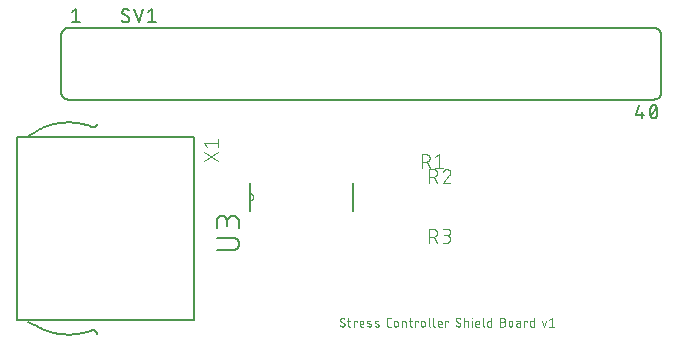
<source format=gbr>
G04 EAGLE Gerber X2 export*
%TF.Part,Single*%
%TF.FileFunction,Legend,Top,1*%
%TF.FilePolarity,Positive*%
%TF.GenerationSoftware,Autodesk,EAGLE,8.6.3*%
%TF.CreationDate,2019-02-20T16:21:40Z*%
G75*
%MOMM*%
%FSLAX34Y34*%
%LPD*%
%AMOC8*
5,1,8,0,0,1.08239X$1,22.5*%
G01*
%ADD10C,0.076200*%
%ADD11C,0.101600*%
%ADD12C,0.152400*%
%ADD13C,0.127000*%
%ADD14C,0.000000*%
%ADD15C,0.203200*%


D10*
X263836Y18573D02*
X263914Y18575D01*
X263992Y18580D01*
X264069Y18590D01*
X264146Y18603D01*
X264222Y18619D01*
X264297Y18639D01*
X264371Y18663D01*
X264444Y18690D01*
X264516Y18721D01*
X264586Y18755D01*
X264655Y18792D01*
X264721Y18833D01*
X264786Y18877D01*
X264848Y18923D01*
X264908Y18973D01*
X264966Y19025D01*
X265021Y19080D01*
X265073Y19138D01*
X265123Y19198D01*
X265169Y19260D01*
X265213Y19325D01*
X265254Y19392D01*
X265291Y19460D01*
X265325Y19530D01*
X265356Y19602D01*
X265383Y19675D01*
X265407Y19749D01*
X265427Y19824D01*
X265443Y19900D01*
X265456Y19977D01*
X265466Y20054D01*
X265471Y20132D01*
X265473Y20210D01*
X263836Y18573D02*
X263722Y18575D01*
X263609Y18580D01*
X263495Y18590D01*
X263382Y18603D01*
X263270Y18620D01*
X263158Y18640D01*
X263047Y18664D01*
X262936Y18692D01*
X262827Y18723D01*
X262719Y18758D01*
X262612Y18797D01*
X262506Y18839D01*
X262402Y18884D01*
X262299Y18933D01*
X262198Y18986D01*
X262099Y19041D01*
X262001Y19100D01*
X261906Y19162D01*
X261813Y19227D01*
X261721Y19295D01*
X261633Y19366D01*
X261546Y19440D01*
X261462Y19517D01*
X261381Y19596D01*
X261585Y24302D02*
X261587Y24380D01*
X261592Y24458D01*
X261602Y24535D01*
X261615Y24612D01*
X261631Y24688D01*
X261651Y24763D01*
X261675Y24837D01*
X261702Y24910D01*
X261733Y24982D01*
X261767Y25052D01*
X261804Y25121D01*
X261845Y25187D01*
X261889Y25252D01*
X261935Y25314D01*
X261985Y25374D01*
X262037Y25432D01*
X262092Y25487D01*
X262150Y25539D01*
X262210Y25589D01*
X262272Y25635D01*
X262337Y25679D01*
X262404Y25720D01*
X262472Y25757D01*
X262542Y25791D01*
X262614Y25822D01*
X262687Y25849D01*
X262761Y25873D01*
X262836Y25893D01*
X262912Y25909D01*
X262989Y25922D01*
X263066Y25932D01*
X263144Y25937D01*
X263222Y25939D01*
X263332Y25937D01*
X263441Y25931D01*
X263551Y25921D01*
X263659Y25908D01*
X263768Y25890D01*
X263875Y25869D01*
X263982Y25843D01*
X264088Y25814D01*
X264193Y25782D01*
X264296Y25745D01*
X264398Y25705D01*
X264499Y25661D01*
X264598Y25613D01*
X264695Y25563D01*
X264790Y25508D01*
X264883Y25450D01*
X264974Y25389D01*
X265063Y25325D01*
X262404Y22869D02*
X262337Y22911D01*
X262272Y22955D01*
X262210Y23003D01*
X262150Y23053D01*
X262092Y23106D01*
X262037Y23162D01*
X261985Y23221D01*
X261935Y23281D01*
X261888Y23345D01*
X261845Y23410D01*
X261804Y23477D01*
X261767Y23546D01*
X261733Y23617D01*
X261702Y23689D01*
X261675Y23763D01*
X261651Y23837D01*
X261631Y23913D01*
X261615Y23990D01*
X261602Y24067D01*
X261592Y24145D01*
X261587Y24224D01*
X261585Y24302D01*
X264655Y21642D02*
X264721Y21600D01*
X264786Y21556D01*
X264848Y21509D01*
X264908Y21458D01*
X264966Y21405D01*
X265021Y21349D01*
X265074Y21291D01*
X265123Y21230D01*
X265170Y21167D01*
X265213Y21102D01*
X265254Y21035D01*
X265291Y20966D01*
X265325Y20895D01*
X265356Y20823D01*
X265383Y20749D01*
X265407Y20674D01*
X265427Y20599D01*
X265443Y20522D01*
X265456Y20445D01*
X265466Y20367D01*
X265471Y20288D01*
X265473Y20210D01*
X264655Y21642D02*
X262404Y22870D01*
X267744Y23484D02*
X270199Y23484D01*
X268562Y25939D02*
X268562Y19801D01*
X268564Y19732D01*
X268570Y19664D01*
X268579Y19595D01*
X268593Y19528D01*
X268610Y19461D01*
X268631Y19395D01*
X268655Y19331D01*
X268684Y19268D01*
X268715Y19207D01*
X268750Y19148D01*
X268788Y19090D01*
X268830Y19035D01*
X268874Y18983D01*
X268922Y18933D01*
X268972Y18885D01*
X269024Y18841D01*
X269079Y18799D01*
X269137Y18761D01*
X269196Y18726D01*
X269257Y18695D01*
X269320Y18666D01*
X269384Y18642D01*
X269450Y18621D01*
X269517Y18604D01*
X269584Y18590D01*
X269653Y18581D01*
X269721Y18575D01*
X269790Y18573D01*
X270199Y18573D01*
X273297Y18573D02*
X273297Y23484D01*
X275752Y23484D01*
X275752Y22665D01*
X279355Y18573D02*
X281401Y18573D01*
X279355Y18573D02*
X279286Y18575D01*
X279218Y18581D01*
X279149Y18590D01*
X279082Y18604D01*
X279015Y18621D01*
X278949Y18642D01*
X278885Y18666D01*
X278822Y18695D01*
X278761Y18726D01*
X278702Y18761D01*
X278644Y18799D01*
X278589Y18841D01*
X278537Y18885D01*
X278487Y18933D01*
X278439Y18983D01*
X278395Y19035D01*
X278353Y19090D01*
X278315Y19148D01*
X278280Y19207D01*
X278249Y19268D01*
X278220Y19331D01*
X278196Y19395D01*
X278175Y19461D01*
X278158Y19528D01*
X278144Y19595D01*
X278135Y19664D01*
X278129Y19732D01*
X278127Y19801D01*
X278127Y21847D01*
X278129Y21926D01*
X278135Y22005D01*
X278144Y22084D01*
X278157Y22162D01*
X278175Y22239D01*
X278195Y22315D01*
X278220Y22390D01*
X278248Y22464D01*
X278279Y22537D01*
X278315Y22608D01*
X278353Y22677D01*
X278395Y22744D01*
X278440Y22809D01*
X278488Y22872D01*
X278539Y22933D01*
X278593Y22990D01*
X278649Y23046D01*
X278708Y23098D01*
X278770Y23148D01*
X278834Y23194D01*
X278900Y23238D01*
X278968Y23278D01*
X279038Y23314D01*
X279110Y23348D01*
X279184Y23378D01*
X279258Y23404D01*
X279334Y23427D01*
X279411Y23445D01*
X279488Y23461D01*
X279567Y23472D01*
X279645Y23480D01*
X279724Y23484D01*
X279804Y23484D01*
X279883Y23480D01*
X279961Y23472D01*
X280040Y23461D01*
X280117Y23445D01*
X280194Y23427D01*
X280270Y23404D01*
X280344Y23378D01*
X280418Y23348D01*
X280490Y23314D01*
X280560Y23278D01*
X280628Y23238D01*
X280694Y23194D01*
X280758Y23148D01*
X280820Y23098D01*
X280879Y23046D01*
X280935Y22990D01*
X280989Y22933D01*
X281040Y22872D01*
X281088Y22809D01*
X281133Y22744D01*
X281175Y22677D01*
X281213Y22608D01*
X281249Y22537D01*
X281280Y22464D01*
X281308Y22390D01*
X281333Y22315D01*
X281353Y22239D01*
X281371Y22162D01*
X281384Y22084D01*
X281393Y22005D01*
X281399Y21926D01*
X281401Y21847D01*
X281401Y21028D01*
X278127Y21028D01*
X285081Y21438D02*
X287127Y20619D01*
X285081Y21438D02*
X285022Y21463D01*
X284965Y21492D01*
X284910Y21525D01*
X284857Y21561D01*
X284806Y21599D01*
X284758Y21641D01*
X284712Y21686D01*
X284669Y21733D01*
X284629Y21783D01*
X284592Y21835D01*
X284558Y21890D01*
X284527Y21946D01*
X284500Y22004D01*
X284477Y22064D01*
X284457Y22124D01*
X284441Y22186D01*
X284428Y22249D01*
X284420Y22313D01*
X284415Y22376D01*
X284414Y22440D01*
X284417Y22504D01*
X284424Y22568D01*
X284435Y22631D01*
X284449Y22693D01*
X284467Y22755D01*
X284489Y22815D01*
X284514Y22874D01*
X284543Y22931D01*
X284576Y22986D01*
X284611Y23039D01*
X284650Y23090D01*
X284692Y23139D01*
X284736Y23185D01*
X284784Y23228D01*
X284833Y23268D01*
X284886Y23305D01*
X284940Y23339D01*
X284996Y23370D01*
X285054Y23397D01*
X285113Y23421D01*
X285174Y23440D01*
X285236Y23457D01*
X285299Y23469D01*
X285362Y23478D01*
X285426Y23483D01*
X285490Y23484D01*
X285626Y23480D01*
X285761Y23472D01*
X285897Y23460D01*
X286031Y23444D01*
X286166Y23424D01*
X286299Y23401D01*
X286432Y23373D01*
X286564Y23342D01*
X286695Y23307D01*
X286825Y23268D01*
X286954Y23225D01*
X287081Y23178D01*
X287207Y23128D01*
X287332Y23074D01*
X287127Y20619D02*
X287186Y20594D01*
X287243Y20565D01*
X287298Y20532D01*
X287351Y20496D01*
X287402Y20458D01*
X287450Y20416D01*
X287496Y20371D01*
X287539Y20324D01*
X287579Y20274D01*
X287616Y20222D01*
X287650Y20167D01*
X287681Y20111D01*
X287708Y20053D01*
X287731Y19993D01*
X287751Y19933D01*
X287767Y19871D01*
X287780Y19808D01*
X287788Y19744D01*
X287793Y19681D01*
X287794Y19617D01*
X287791Y19553D01*
X287784Y19489D01*
X287773Y19426D01*
X287759Y19364D01*
X287741Y19302D01*
X287719Y19242D01*
X287694Y19183D01*
X287665Y19126D01*
X287632Y19071D01*
X287597Y19018D01*
X287558Y18967D01*
X287516Y18918D01*
X287472Y18872D01*
X287424Y18829D01*
X287375Y18789D01*
X287322Y18752D01*
X287268Y18718D01*
X287212Y18687D01*
X287154Y18660D01*
X287095Y18636D01*
X287034Y18617D01*
X286972Y18600D01*
X286909Y18588D01*
X286846Y18579D01*
X286782Y18574D01*
X286718Y18573D01*
X286554Y18577D01*
X286390Y18585D01*
X286226Y18597D01*
X286063Y18613D01*
X285900Y18633D01*
X285737Y18656D01*
X285576Y18684D01*
X285414Y18715D01*
X285254Y18750D01*
X285095Y18789D01*
X284936Y18832D01*
X284779Y18878D01*
X284622Y18928D01*
X284467Y18982D01*
X291421Y21438D02*
X293467Y20619D01*
X291421Y21438D02*
X291362Y21463D01*
X291305Y21492D01*
X291250Y21525D01*
X291197Y21561D01*
X291146Y21599D01*
X291098Y21641D01*
X291052Y21686D01*
X291009Y21733D01*
X290969Y21783D01*
X290932Y21835D01*
X290898Y21890D01*
X290867Y21946D01*
X290840Y22004D01*
X290817Y22064D01*
X290797Y22124D01*
X290781Y22186D01*
X290768Y22249D01*
X290760Y22313D01*
X290755Y22376D01*
X290754Y22440D01*
X290757Y22504D01*
X290764Y22568D01*
X290775Y22631D01*
X290789Y22693D01*
X290807Y22755D01*
X290829Y22815D01*
X290854Y22874D01*
X290883Y22931D01*
X290916Y22986D01*
X290951Y23039D01*
X290990Y23090D01*
X291032Y23139D01*
X291076Y23185D01*
X291124Y23228D01*
X291173Y23268D01*
X291226Y23305D01*
X291280Y23339D01*
X291336Y23370D01*
X291394Y23397D01*
X291453Y23421D01*
X291514Y23440D01*
X291576Y23457D01*
X291639Y23469D01*
X291702Y23478D01*
X291766Y23483D01*
X291830Y23484D01*
X291966Y23480D01*
X292101Y23472D01*
X292237Y23460D01*
X292371Y23444D01*
X292506Y23424D01*
X292639Y23401D01*
X292772Y23373D01*
X292904Y23342D01*
X293035Y23307D01*
X293165Y23268D01*
X293294Y23225D01*
X293421Y23178D01*
X293547Y23128D01*
X293672Y23074D01*
X293467Y20619D02*
X293526Y20594D01*
X293583Y20565D01*
X293638Y20532D01*
X293691Y20496D01*
X293742Y20458D01*
X293790Y20416D01*
X293836Y20371D01*
X293879Y20324D01*
X293919Y20274D01*
X293956Y20222D01*
X293990Y20167D01*
X294021Y20111D01*
X294048Y20053D01*
X294071Y19993D01*
X294091Y19933D01*
X294107Y19871D01*
X294120Y19808D01*
X294128Y19744D01*
X294133Y19681D01*
X294134Y19617D01*
X294131Y19553D01*
X294124Y19489D01*
X294113Y19426D01*
X294099Y19364D01*
X294081Y19302D01*
X294059Y19242D01*
X294034Y19183D01*
X294005Y19126D01*
X293972Y19071D01*
X293937Y19018D01*
X293898Y18967D01*
X293856Y18918D01*
X293812Y18872D01*
X293764Y18829D01*
X293715Y18789D01*
X293662Y18752D01*
X293608Y18718D01*
X293552Y18687D01*
X293494Y18660D01*
X293435Y18636D01*
X293374Y18617D01*
X293312Y18600D01*
X293249Y18588D01*
X293186Y18579D01*
X293122Y18574D01*
X293058Y18573D01*
X292894Y18577D01*
X292730Y18585D01*
X292566Y18597D01*
X292403Y18613D01*
X292240Y18633D01*
X292077Y18656D01*
X291916Y18684D01*
X291754Y18715D01*
X291594Y18750D01*
X291435Y18789D01*
X291276Y18832D01*
X291119Y18878D01*
X290962Y18928D01*
X290807Y18982D01*
X302741Y18573D02*
X304377Y18573D01*
X302741Y18573D02*
X302663Y18575D01*
X302585Y18580D01*
X302508Y18590D01*
X302431Y18603D01*
X302355Y18619D01*
X302280Y18639D01*
X302206Y18663D01*
X302133Y18690D01*
X302061Y18721D01*
X301991Y18755D01*
X301923Y18792D01*
X301856Y18833D01*
X301791Y18877D01*
X301729Y18923D01*
X301669Y18973D01*
X301611Y19025D01*
X301556Y19080D01*
X301504Y19138D01*
X301454Y19198D01*
X301408Y19260D01*
X301364Y19325D01*
X301323Y19392D01*
X301286Y19460D01*
X301252Y19530D01*
X301221Y19602D01*
X301194Y19675D01*
X301170Y19749D01*
X301150Y19824D01*
X301134Y19900D01*
X301121Y19977D01*
X301111Y20054D01*
X301106Y20132D01*
X301104Y20210D01*
X301104Y24302D01*
X301106Y24382D01*
X301112Y24462D01*
X301122Y24542D01*
X301135Y24621D01*
X301153Y24700D01*
X301174Y24777D01*
X301200Y24853D01*
X301229Y24928D01*
X301261Y25002D01*
X301297Y25074D01*
X301337Y25144D01*
X301380Y25211D01*
X301426Y25277D01*
X301476Y25340D01*
X301528Y25401D01*
X301583Y25460D01*
X301642Y25515D01*
X301702Y25567D01*
X301766Y25617D01*
X301832Y25663D01*
X301899Y25706D01*
X301969Y25746D01*
X302041Y25782D01*
X302115Y25814D01*
X302189Y25843D01*
X302266Y25869D01*
X302343Y25890D01*
X302422Y25908D01*
X302501Y25921D01*
X302581Y25931D01*
X302661Y25937D01*
X302741Y25939D01*
X304377Y25939D01*
X307144Y21847D02*
X307144Y20210D01*
X307144Y21847D02*
X307146Y21926D01*
X307152Y22005D01*
X307161Y22084D01*
X307174Y22162D01*
X307192Y22239D01*
X307212Y22315D01*
X307237Y22390D01*
X307265Y22464D01*
X307296Y22537D01*
X307332Y22608D01*
X307370Y22677D01*
X307412Y22744D01*
X307457Y22809D01*
X307505Y22872D01*
X307556Y22933D01*
X307610Y22990D01*
X307666Y23046D01*
X307725Y23098D01*
X307787Y23148D01*
X307851Y23194D01*
X307917Y23238D01*
X307985Y23278D01*
X308055Y23314D01*
X308127Y23348D01*
X308201Y23378D01*
X308275Y23404D01*
X308351Y23427D01*
X308428Y23445D01*
X308505Y23461D01*
X308584Y23472D01*
X308662Y23480D01*
X308741Y23484D01*
X308821Y23484D01*
X308900Y23480D01*
X308978Y23472D01*
X309057Y23461D01*
X309134Y23445D01*
X309211Y23427D01*
X309287Y23404D01*
X309361Y23378D01*
X309435Y23348D01*
X309507Y23314D01*
X309577Y23278D01*
X309645Y23238D01*
X309711Y23194D01*
X309775Y23148D01*
X309837Y23098D01*
X309896Y23046D01*
X309952Y22990D01*
X310006Y22933D01*
X310057Y22872D01*
X310105Y22809D01*
X310150Y22744D01*
X310192Y22677D01*
X310230Y22608D01*
X310266Y22537D01*
X310297Y22464D01*
X310325Y22390D01*
X310350Y22315D01*
X310370Y22239D01*
X310388Y22162D01*
X310401Y22084D01*
X310410Y22005D01*
X310416Y21926D01*
X310418Y21847D01*
X310418Y20210D01*
X310416Y20131D01*
X310410Y20052D01*
X310401Y19973D01*
X310388Y19895D01*
X310370Y19818D01*
X310350Y19742D01*
X310325Y19667D01*
X310297Y19593D01*
X310266Y19520D01*
X310230Y19449D01*
X310192Y19380D01*
X310150Y19313D01*
X310105Y19248D01*
X310057Y19185D01*
X310006Y19124D01*
X309952Y19067D01*
X309896Y19011D01*
X309837Y18959D01*
X309775Y18909D01*
X309711Y18863D01*
X309645Y18819D01*
X309577Y18779D01*
X309507Y18743D01*
X309435Y18709D01*
X309361Y18679D01*
X309287Y18653D01*
X309211Y18630D01*
X309134Y18612D01*
X309057Y18596D01*
X308978Y18585D01*
X308900Y18577D01*
X308821Y18573D01*
X308741Y18573D01*
X308662Y18577D01*
X308584Y18585D01*
X308505Y18596D01*
X308428Y18612D01*
X308351Y18630D01*
X308275Y18653D01*
X308201Y18679D01*
X308127Y18709D01*
X308055Y18743D01*
X307985Y18779D01*
X307917Y18819D01*
X307851Y18863D01*
X307787Y18909D01*
X307725Y18959D01*
X307666Y19011D01*
X307610Y19067D01*
X307556Y19124D01*
X307505Y19185D01*
X307457Y19248D01*
X307412Y19313D01*
X307370Y19380D01*
X307332Y19449D01*
X307296Y19520D01*
X307265Y19593D01*
X307237Y19667D01*
X307212Y19742D01*
X307192Y19818D01*
X307174Y19895D01*
X307161Y19973D01*
X307152Y20052D01*
X307146Y20131D01*
X307144Y20210D01*
X313728Y18573D02*
X313728Y23484D01*
X315774Y23484D01*
X315843Y23482D01*
X315911Y23476D01*
X315980Y23467D01*
X316047Y23453D01*
X316114Y23436D01*
X316180Y23415D01*
X316244Y23391D01*
X316307Y23362D01*
X316368Y23331D01*
X316427Y23296D01*
X316485Y23258D01*
X316540Y23216D01*
X316592Y23172D01*
X316642Y23124D01*
X316690Y23074D01*
X316734Y23022D01*
X316776Y22967D01*
X316814Y22909D01*
X316849Y22850D01*
X316880Y22789D01*
X316909Y22726D01*
X316933Y22662D01*
X316954Y22596D01*
X316971Y22529D01*
X316985Y22462D01*
X316994Y22393D01*
X317000Y22325D01*
X317002Y22256D01*
X317002Y18573D01*
X319681Y23484D02*
X322137Y23484D01*
X320500Y25939D02*
X320500Y19801D01*
X320499Y19801D02*
X320501Y19732D01*
X320507Y19664D01*
X320516Y19595D01*
X320530Y19528D01*
X320547Y19461D01*
X320568Y19395D01*
X320592Y19331D01*
X320621Y19268D01*
X320652Y19207D01*
X320687Y19148D01*
X320725Y19090D01*
X320767Y19035D01*
X320811Y18983D01*
X320859Y18933D01*
X320909Y18885D01*
X320961Y18841D01*
X321016Y18799D01*
X321074Y18761D01*
X321133Y18726D01*
X321194Y18695D01*
X321257Y18666D01*
X321321Y18642D01*
X321387Y18621D01*
X321454Y18604D01*
X321521Y18590D01*
X321590Y18581D01*
X321658Y18575D01*
X321727Y18573D01*
X322137Y18573D01*
X325234Y18573D02*
X325234Y23484D01*
X327690Y23484D01*
X327690Y22665D01*
X330065Y21847D02*
X330065Y20210D01*
X330065Y21847D02*
X330067Y21926D01*
X330073Y22005D01*
X330082Y22084D01*
X330095Y22162D01*
X330113Y22239D01*
X330133Y22315D01*
X330158Y22390D01*
X330186Y22464D01*
X330217Y22537D01*
X330253Y22608D01*
X330291Y22677D01*
X330333Y22744D01*
X330378Y22809D01*
X330426Y22872D01*
X330477Y22933D01*
X330531Y22990D01*
X330587Y23046D01*
X330646Y23098D01*
X330708Y23148D01*
X330772Y23194D01*
X330838Y23238D01*
X330906Y23278D01*
X330976Y23314D01*
X331048Y23348D01*
X331122Y23378D01*
X331196Y23404D01*
X331272Y23427D01*
X331349Y23445D01*
X331426Y23461D01*
X331505Y23472D01*
X331583Y23480D01*
X331662Y23484D01*
X331742Y23484D01*
X331821Y23480D01*
X331899Y23472D01*
X331978Y23461D01*
X332055Y23445D01*
X332132Y23427D01*
X332208Y23404D01*
X332282Y23378D01*
X332356Y23348D01*
X332428Y23314D01*
X332498Y23278D01*
X332566Y23238D01*
X332632Y23194D01*
X332696Y23148D01*
X332758Y23098D01*
X332817Y23046D01*
X332873Y22990D01*
X332927Y22933D01*
X332978Y22872D01*
X333026Y22809D01*
X333071Y22744D01*
X333113Y22677D01*
X333151Y22608D01*
X333187Y22537D01*
X333218Y22464D01*
X333246Y22390D01*
X333271Y22315D01*
X333291Y22239D01*
X333309Y22162D01*
X333322Y22084D01*
X333331Y22005D01*
X333337Y21926D01*
X333339Y21847D01*
X333339Y20210D01*
X333337Y20131D01*
X333331Y20052D01*
X333322Y19973D01*
X333309Y19895D01*
X333291Y19818D01*
X333271Y19742D01*
X333246Y19667D01*
X333218Y19593D01*
X333187Y19520D01*
X333151Y19449D01*
X333113Y19380D01*
X333071Y19313D01*
X333026Y19248D01*
X332978Y19185D01*
X332927Y19124D01*
X332873Y19067D01*
X332817Y19011D01*
X332758Y18959D01*
X332696Y18909D01*
X332632Y18863D01*
X332566Y18819D01*
X332498Y18779D01*
X332428Y18743D01*
X332356Y18709D01*
X332282Y18679D01*
X332208Y18653D01*
X332132Y18630D01*
X332055Y18612D01*
X331978Y18596D01*
X331899Y18585D01*
X331821Y18577D01*
X331742Y18573D01*
X331662Y18573D01*
X331583Y18577D01*
X331505Y18585D01*
X331426Y18596D01*
X331349Y18612D01*
X331272Y18630D01*
X331196Y18653D01*
X331122Y18679D01*
X331048Y18709D01*
X330976Y18743D01*
X330906Y18779D01*
X330838Y18819D01*
X330772Y18863D01*
X330708Y18909D01*
X330646Y18959D01*
X330587Y19011D01*
X330531Y19067D01*
X330477Y19124D01*
X330426Y19185D01*
X330378Y19248D01*
X330333Y19313D01*
X330291Y19380D01*
X330253Y19449D01*
X330217Y19520D01*
X330186Y19593D01*
X330158Y19667D01*
X330133Y19742D01*
X330113Y19818D01*
X330095Y19895D01*
X330082Y19973D01*
X330073Y20052D01*
X330067Y20131D01*
X330065Y20210D01*
X336488Y19801D02*
X336488Y25939D01*
X336488Y19801D02*
X336490Y19732D01*
X336496Y19664D01*
X336505Y19595D01*
X336519Y19528D01*
X336536Y19461D01*
X336557Y19395D01*
X336581Y19331D01*
X336610Y19268D01*
X336641Y19207D01*
X336676Y19148D01*
X336714Y19090D01*
X336756Y19035D01*
X336800Y18983D01*
X336848Y18933D01*
X336898Y18885D01*
X336950Y18841D01*
X337005Y18799D01*
X337063Y18761D01*
X337122Y18726D01*
X337183Y18695D01*
X337246Y18666D01*
X337310Y18642D01*
X337376Y18621D01*
X337443Y18604D01*
X337510Y18590D01*
X337579Y18581D01*
X337647Y18575D01*
X337716Y18573D01*
X340389Y19801D02*
X340389Y25939D01*
X340389Y19801D02*
X340391Y19732D01*
X340397Y19664D01*
X340406Y19595D01*
X340420Y19528D01*
X340437Y19461D01*
X340458Y19395D01*
X340482Y19331D01*
X340511Y19268D01*
X340542Y19207D01*
X340577Y19148D01*
X340615Y19090D01*
X340657Y19035D01*
X340701Y18983D01*
X340749Y18933D01*
X340799Y18885D01*
X340851Y18841D01*
X340906Y18799D01*
X340964Y18761D01*
X341023Y18726D01*
X341084Y18695D01*
X341147Y18666D01*
X341211Y18642D01*
X341277Y18621D01*
X341344Y18604D01*
X341411Y18590D01*
X341480Y18581D01*
X341548Y18575D01*
X341617Y18573D01*
X345435Y18573D02*
X347481Y18573D01*
X345435Y18573D02*
X345366Y18575D01*
X345298Y18581D01*
X345229Y18590D01*
X345162Y18604D01*
X345095Y18621D01*
X345029Y18642D01*
X344965Y18666D01*
X344902Y18695D01*
X344841Y18726D01*
X344782Y18761D01*
X344724Y18799D01*
X344669Y18841D01*
X344617Y18885D01*
X344567Y18933D01*
X344519Y18983D01*
X344475Y19035D01*
X344433Y19090D01*
X344395Y19148D01*
X344360Y19207D01*
X344329Y19268D01*
X344300Y19331D01*
X344276Y19395D01*
X344255Y19461D01*
X344238Y19528D01*
X344224Y19595D01*
X344215Y19664D01*
X344209Y19732D01*
X344207Y19801D01*
X344208Y19801D02*
X344208Y21847D01*
X344210Y21926D01*
X344216Y22005D01*
X344225Y22084D01*
X344238Y22162D01*
X344256Y22239D01*
X344276Y22315D01*
X344301Y22390D01*
X344329Y22464D01*
X344360Y22537D01*
X344396Y22608D01*
X344434Y22677D01*
X344476Y22744D01*
X344521Y22809D01*
X344569Y22872D01*
X344620Y22933D01*
X344674Y22990D01*
X344730Y23046D01*
X344789Y23098D01*
X344851Y23148D01*
X344915Y23194D01*
X344981Y23238D01*
X345049Y23278D01*
X345119Y23314D01*
X345191Y23348D01*
X345265Y23378D01*
X345339Y23404D01*
X345415Y23427D01*
X345492Y23445D01*
X345569Y23461D01*
X345648Y23472D01*
X345726Y23480D01*
X345805Y23484D01*
X345885Y23484D01*
X345964Y23480D01*
X346042Y23472D01*
X346121Y23461D01*
X346198Y23445D01*
X346275Y23427D01*
X346351Y23404D01*
X346425Y23378D01*
X346499Y23348D01*
X346571Y23314D01*
X346641Y23278D01*
X346709Y23238D01*
X346775Y23194D01*
X346839Y23148D01*
X346901Y23098D01*
X346960Y23046D01*
X347016Y22990D01*
X347070Y22933D01*
X347121Y22872D01*
X347169Y22809D01*
X347214Y22744D01*
X347256Y22677D01*
X347294Y22608D01*
X347330Y22537D01*
X347361Y22464D01*
X347389Y22390D01*
X347414Y22315D01*
X347434Y22239D01*
X347452Y22162D01*
X347465Y22084D01*
X347474Y22005D01*
X347480Y21926D01*
X347482Y21847D01*
X347481Y21847D02*
X347481Y21028D01*
X344208Y21028D01*
X350837Y18573D02*
X350837Y23484D01*
X353293Y23484D01*
X353293Y22665D01*
X361859Y18573D02*
X361937Y18575D01*
X362015Y18580D01*
X362092Y18590D01*
X362169Y18603D01*
X362245Y18619D01*
X362320Y18639D01*
X362394Y18663D01*
X362467Y18690D01*
X362539Y18721D01*
X362609Y18755D01*
X362678Y18792D01*
X362744Y18833D01*
X362809Y18877D01*
X362871Y18923D01*
X362931Y18973D01*
X362989Y19025D01*
X363044Y19080D01*
X363096Y19138D01*
X363146Y19198D01*
X363192Y19260D01*
X363236Y19325D01*
X363277Y19392D01*
X363314Y19460D01*
X363348Y19530D01*
X363379Y19602D01*
X363406Y19675D01*
X363430Y19749D01*
X363450Y19824D01*
X363466Y19900D01*
X363479Y19977D01*
X363489Y20054D01*
X363494Y20132D01*
X363496Y20210D01*
X361859Y18573D02*
X361745Y18575D01*
X361632Y18580D01*
X361518Y18590D01*
X361405Y18603D01*
X361293Y18620D01*
X361181Y18640D01*
X361070Y18664D01*
X360959Y18692D01*
X360850Y18723D01*
X360742Y18758D01*
X360635Y18797D01*
X360529Y18839D01*
X360425Y18884D01*
X360322Y18933D01*
X360221Y18986D01*
X360122Y19041D01*
X360024Y19100D01*
X359929Y19162D01*
X359836Y19227D01*
X359744Y19295D01*
X359656Y19366D01*
X359569Y19440D01*
X359485Y19517D01*
X359404Y19596D01*
X359609Y24302D02*
X359611Y24380D01*
X359616Y24458D01*
X359626Y24535D01*
X359639Y24612D01*
X359655Y24688D01*
X359675Y24763D01*
X359699Y24837D01*
X359726Y24910D01*
X359757Y24982D01*
X359791Y25052D01*
X359828Y25121D01*
X359869Y25187D01*
X359913Y25252D01*
X359959Y25314D01*
X360009Y25374D01*
X360061Y25432D01*
X360116Y25487D01*
X360174Y25539D01*
X360234Y25589D01*
X360296Y25635D01*
X360361Y25679D01*
X360428Y25720D01*
X360496Y25757D01*
X360566Y25791D01*
X360638Y25822D01*
X360711Y25849D01*
X360785Y25873D01*
X360860Y25893D01*
X360936Y25909D01*
X361013Y25922D01*
X361090Y25932D01*
X361168Y25937D01*
X361246Y25939D01*
X361356Y25937D01*
X361465Y25931D01*
X361575Y25921D01*
X361683Y25908D01*
X361792Y25890D01*
X361899Y25869D01*
X362006Y25843D01*
X362112Y25814D01*
X362217Y25782D01*
X362320Y25745D01*
X362422Y25705D01*
X362523Y25661D01*
X362622Y25613D01*
X362719Y25563D01*
X362814Y25508D01*
X362907Y25450D01*
X362998Y25389D01*
X363087Y25325D01*
X360427Y22869D02*
X360360Y22911D01*
X360295Y22955D01*
X360233Y23003D01*
X360173Y23053D01*
X360115Y23106D01*
X360060Y23162D01*
X360008Y23221D01*
X359958Y23281D01*
X359911Y23345D01*
X359868Y23410D01*
X359827Y23477D01*
X359790Y23546D01*
X359756Y23617D01*
X359725Y23689D01*
X359698Y23763D01*
X359674Y23837D01*
X359654Y23913D01*
X359638Y23990D01*
X359625Y24067D01*
X359615Y24145D01*
X359610Y24224D01*
X359608Y24302D01*
X362678Y21642D02*
X362744Y21600D01*
X362809Y21556D01*
X362871Y21509D01*
X362931Y21458D01*
X362989Y21405D01*
X363044Y21349D01*
X363097Y21291D01*
X363146Y21230D01*
X363193Y21167D01*
X363236Y21102D01*
X363277Y21035D01*
X363314Y20966D01*
X363348Y20895D01*
X363379Y20823D01*
X363406Y20749D01*
X363430Y20674D01*
X363450Y20599D01*
X363466Y20522D01*
X363479Y20445D01*
X363489Y20367D01*
X363494Y20288D01*
X363496Y20210D01*
X362678Y21642D02*
X360427Y22870D01*
X366641Y25939D02*
X366641Y18573D01*
X366641Y23484D02*
X368687Y23484D01*
X368756Y23482D01*
X368824Y23476D01*
X368893Y23467D01*
X368960Y23453D01*
X369027Y23436D01*
X369093Y23415D01*
X369157Y23391D01*
X369220Y23362D01*
X369281Y23331D01*
X369340Y23296D01*
X369398Y23258D01*
X369453Y23216D01*
X369505Y23172D01*
X369555Y23124D01*
X369603Y23074D01*
X369647Y23022D01*
X369689Y22967D01*
X369727Y22909D01*
X369762Y22850D01*
X369793Y22789D01*
X369822Y22726D01*
X369846Y22662D01*
X369867Y22596D01*
X369884Y22529D01*
X369898Y22462D01*
X369907Y22393D01*
X369913Y22325D01*
X369915Y22256D01*
X369915Y18573D01*
X373155Y18573D02*
X373155Y23484D01*
X372950Y25530D02*
X372950Y25939D01*
X373359Y25939D01*
X373359Y25530D01*
X372950Y25530D01*
X377378Y18573D02*
X379424Y18573D01*
X377378Y18573D02*
X377309Y18575D01*
X377241Y18581D01*
X377172Y18590D01*
X377105Y18604D01*
X377038Y18621D01*
X376972Y18642D01*
X376908Y18666D01*
X376845Y18695D01*
X376784Y18726D01*
X376725Y18761D01*
X376667Y18799D01*
X376612Y18841D01*
X376560Y18885D01*
X376510Y18933D01*
X376462Y18983D01*
X376418Y19035D01*
X376376Y19090D01*
X376338Y19148D01*
X376303Y19207D01*
X376272Y19268D01*
X376243Y19331D01*
X376219Y19395D01*
X376198Y19461D01*
X376181Y19528D01*
X376167Y19595D01*
X376158Y19664D01*
X376152Y19732D01*
X376150Y19801D01*
X376151Y19801D02*
X376151Y21847D01*
X376150Y21847D02*
X376152Y21926D01*
X376158Y22005D01*
X376167Y22084D01*
X376180Y22162D01*
X376198Y22239D01*
X376218Y22315D01*
X376243Y22390D01*
X376271Y22464D01*
X376302Y22537D01*
X376338Y22608D01*
X376376Y22677D01*
X376418Y22744D01*
X376463Y22809D01*
X376511Y22872D01*
X376562Y22933D01*
X376616Y22990D01*
X376672Y23046D01*
X376731Y23098D01*
X376793Y23148D01*
X376857Y23194D01*
X376923Y23238D01*
X376991Y23278D01*
X377061Y23314D01*
X377133Y23348D01*
X377207Y23378D01*
X377281Y23404D01*
X377357Y23427D01*
X377434Y23445D01*
X377511Y23461D01*
X377590Y23472D01*
X377668Y23480D01*
X377747Y23484D01*
X377827Y23484D01*
X377906Y23480D01*
X377984Y23472D01*
X378063Y23461D01*
X378140Y23445D01*
X378217Y23427D01*
X378293Y23404D01*
X378367Y23378D01*
X378441Y23348D01*
X378513Y23314D01*
X378583Y23278D01*
X378651Y23238D01*
X378717Y23194D01*
X378781Y23148D01*
X378843Y23098D01*
X378902Y23046D01*
X378958Y22990D01*
X379012Y22933D01*
X379063Y22872D01*
X379111Y22809D01*
X379156Y22744D01*
X379198Y22677D01*
X379236Y22608D01*
X379272Y22537D01*
X379303Y22464D01*
X379331Y22390D01*
X379356Y22315D01*
X379376Y22239D01*
X379394Y22162D01*
X379407Y22084D01*
X379416Y22005D01*
X379422Y21926D01*
X379424Y21847D01*
X379424Y21028D01*
X376151Y21028D01*
X382573Y19801D02*
X382573Y25939D01*
X382573Y19801D02*
X382575Y19732D01*
X382581Y19664D01*
X382590Y19595D01*
X382604Y19528D01*
X382621Y19461D01*
X382642Y19395D01*
X382666Y19331D01*
X382695Y19268D01*
X382726Y19207D01*
X382761Y19148D01*
X382799Y19090D01*
X382841Y19035D01*
X382885Y18983D01*
X382933Y18933D01*
X382983Y18885D01*
X383035Y18841D01*
X383090Y18799D01*
X383148Y18761D01*
X383207Y18726D01*
X383268Y18695D01*
X383331Y18666D01*
X383395Y18642D01*
X383461Y18621D01*
X383528Y18604D01*
X383595Y18590D01*
X383664Y18581D01*
X383732Y18575D01*
X383801Y18573D01*
X389625Y18573D02*
X389625Y25939D01*
X389625Y18573D02*
X387579Y18573D01*
X387510Y18575D01*
X387442Y18581D01*
X387373Y18590D01*
X387306Y18604D01*
X387239Y18621D01*
X387173Y18642D01*
X387109Y18666D01*
X387046Y18695D01*
X386985Y18726D01*
X386926Y18761D01*
X386868Y18799D01*
X386813Y18841D01*
X386761Y18885D01*
X386711Y18933D01*
X386663Y18983D01*
X386619Y19035D01*
X386577Y19090D01*
X386539Y19148D01*
X386504Y19207D01*
X386473Y19268D01*
X386444Y19331D01*
X386420Y19395D01*
X386399Y19461D01*
X386382Y19528D01*
X386368Y19595D01*
X386359Y19664D01*
X386353Y19732D01*
X386351Y19801D01*
X386351Y22256D01*
X386353Y22325D01*
X386359Y22393D01*
X386368Y22462D01*
X386382Y22529D01*
X386399Y22596D01*
X386420Y22662D01*
X386444Y22726D01*
X386473Y22789D01*
X386504Y22850D01*
X386539Y22909D01*
X386577Y22967D01*
X386619Y23022D01*
X386663Y23074D01*
X386711Y23124D01*
X386761Y23172D01*
X386813Y23216D01*
X386868Y23258D01*
X386926Y23296D01*
X386985Y23331D01*
X387046Y23362D01*
X387109Y23391D01*
X387173Y23415D01*
X387239Y23436D01*
X387306Y23453D01*
X387373Y23467D01*
X387442Y23476D01*
X387510Y23482D01*
X387579Y23484D01*
X389625Y23484D01*
X397317Y22665D02*
X399363Y22665D01*
X399452Y22663D01*
X399541Y22657D01*
X399630Y22647D01*
X399718Y22634D01*
X399806Y22617D01*
X399893Y22595D01*
X399978Y22570D01*
X400063Y22542D01*
X400146Y22509D01*
X400228Y22473D01*
X400308Y22434D01*
X400386Y22391D01*
X400462Y22345D01*
X400537Y22295D01*
X400609Y22242D01*
X400678Y22186D01*
X400745Y22127D01*
X400810Y22066D01*
X400871Y22001D01*
X400930Y21934D01*
X400986Y21865D01*
X401039Y21793D01*
X401089Y21718D01*
X401135Y21642D01*
X401178Y21564D01*
X401217Y21484D01*
X401253Y21402D01*
X401286Y21319D01*
X401314Y21234D01*
X401339Y21149D01*
X401361Y21062D01*
X401378Y20974D01*
X401391Y20886D01*
X401401Y20797D01*
X401407Y20708D01*
X401409Y20619D01*
X401407Y20530D01*
X401401Y20441D01*
X401391Y20352D01*
X401378Y20264D01*
X401361Y20176D01*
X401339Y20089D01*
X401314Y20004D01*
X401286Y19919D01*
X401253Y19836D01*
X401217Y19754D01*
X401178Y19674D01*
X401135Y19596D01*
X401089Y19520D01*
X401039Y19445D01*
X400986Y19373D01*
X400930Y19304D01*
X400871Y19237D01*
X400810Y19172D01*
X400745Y19111D01*
X400678Y19052D01*
X400609Y18996D01*
X400537Y18943D01*
X400462Y18893D01*
X400386Y18847D01*
X400308Y18804D01*
X400228Y18765D01*
X400146Y18729D01*
X400063Y18696D01*
X399978Y18668D01*
X399893Y18643D01*
X399806Y18621D01*
X399718Y18604D01*
X399630Y18591D01*
X399541Y18581D01*
X399452Y18575D01*
X399363Y18573D01*
X397317Y18573D01*
X397317Y25939D01*
X399363Y25939D01*
X399442Y25937D01*
X399521Y25931D01*
X399600Y25922D01*
X399678Y25909D01*
X399755Y25891D01*
X399831Y25871D01*
X399906Y25846D01*
X399980Y25818D01*
X400053Y25787D01*
X400124Y25751D01*
X400193Y25713D01*
X400260Y25671D01*
X400325Y25626D01*
X400388Y25578D01*
X400449Y25527D01*
X400506Y25473D01*
X400562Y25417D01*
X400614Y25358D01*
X400664Y25296D01*
X400710Y25232D01*
X400754Y25166D01*
X400794Y25098D01*
X400830Y25028D01*
X400864Y24956D01*
X400894Y24882D01*
X400920Y24808D01*
X400943Y24732D01*
X400961Y24655D01*
X400977Y24578D01*
X400988Y24499D01*
X400996Y24421D01*
X401000Y24342D01*
X401000Y24262D01*
X400996Y24183D01*
X400988Y24105D01*
X400977Y24026D01*
X400961Y23949D01*
X400943Y23872D01*
X400920Y23796D01*
X400894Y23722D01*
X400864Y23648D01*
X400830Y23576D01*
X400794Y23506D01*
X400754Y23438D01*
X400710Y23372D01*
X400664Y23308D01*
X400614Y23246D01*
X400562Y23187D01*
X400506Y23131D01*
X400449Y23077D01*
X400388Y23026D01*
X400325Y22978D01*
X400260Y22933D01*
X400193Y22891D01*
X400124Y22853D01*
X400053Y22817D01*
X399980Y22786D01*
X399906Y22758D01*
X399831Y22733D01*
X399755Y22713D01*
X399678Y22695D01*
X399600Y22682D01*
X399521Y22673D01*
X399442Y22667D01*
X399363Y22665D01*
X404192Y21847D02*
X404192Y20210D01*
X404192Y21847D02*
X404194Y21926D01*
X404200Y22005D01*
X404209Y22084D01*
X404222Y22162D01*
X404240Y22239D01*
X404260Y22315D01*
X404285Y22390D01*
X404313Y22464D01*
X404344Y22537D01*
X404380Y22608D01*
X404418Y22677D01*
X404460Y22744D01*
X404505Y22809D01*
X404553Y22872D01*
X404604Y22933D01*
X404658Y22990D01*
X404714Y23046D01*
X404773Y23098D01*
X404835Y23148D01*
X404899Y23194D01*
X404965Y23238D01*
X405033Y23278D01*
X405103Y23314D01*
X405175Y23348D01*
X405249Y23378D01*
X405323Y23404D01*
X405399Y23427D01*
X405476Y23445D01*
X405553Y23461D01*
X405632Y23472D01*
X405710Y23480D01*
X405789Y23484D01*
X405869Y23484D01*
X405948Y23480D01*
X406026Y23472D01*
X406105Y23461D01*
X406182Y23445D01*
X406259Y23427D01*
X406335Y23404D01*
X406409Y23378D01*
X406483Y23348D01*
X406555Y23314D01*
X406625Y23278D01*
X406693Y23238D01*
X406759Y23194D01*
X406823Y23148D01*
X406885Y23098D01*
X406944Y23046D01*
X407000Y22990D01*
X407054Y22933D01*
X407105Y22872D01*
X407153Y22809D01*
X407198Y22744D01*
X407240Y22677D01*
X407278Y22608D01*
X407314Y22537D01*
X407345Y22464D01*
X407373Y22390D01*
X407398Y22315D01*
X407418Y22239D01*
X407436Y22162D01*
X407449Y22084D01*
X407458Y22005D01*
X407464Y21926D01*
X407466Y21847D01*
X407466Y20210D01*
X407464Y20131D01*
X407458Y20052D01*
X407449Y19973D01*
X407436Y19895D01*
X407418Y19818D01*
X407398Y19742D01*
X407373Y19667D01*
X407345Y19593D01*
X407314Y19520D01*
X407278Y19449D01*
X407240Y19380D01*
X407198Y19313D01*
X407153Y19248D01*
X407105Y19185D01*
X407054Y19124D01*
X407000Y19067D01*
X406944Y19011D01*
X406885Y18959D01*
X406823Y18909D01*
X406759Y18863D01*
X406693Y18819D01*
X406625Y18779D01*
X406555Y18743D01*
X406483Y18709D01*
X406409Y18679D01*
X406335Y18653D01*
X406259Y18630D01*
X406182Y18612D01*
X406105Y18596D01*
X406026Y18585D01*
X405948Y18577D01*
X405869Y18573D01*
X405789Y18573D01*
X405710Y18577D01*
X405632Y18585D01*
X405553Y18596D01*
X405476Y18612D01*
X405399Y18630D01*
X405323Y18653D01*
X405249Y18679D01*
X405175Y18709D01*
X405103Y18743D01*
X405033Y18779D01*
X404965Y18819D01*
X404899Y18863D01*
X404835Y18909D01*
X404773Y18959D01*
X404714Y19011D01*
X404658Y19067D01*
X404604Y19124D01*
X404553Y19185D01*
X404505Y19248D01*
X404460Y19313D01*
X404418Y19380D01*
X404380Y19449D01*
X404344Y19520D01*
X404313Y19593D01*
X404285Y19667D01*
X404260Y19742D01*
X404240Y19818D01*
X404222Y19895D01*
X404209Y19973D01*
X404200Y20052D01*
X404194Y20131D01*
X404192Y20210D01*
X411923Y21438D02*
X413765Y21438D01*
X411923Y21437D02*
X411848Y21435D01*
X411773Y21429D01*
X411699Y21419D01*
X411625Y21406D01*
X411552Y21388D01*
X411480Y21367D01*
X411410Y21342D01*
X411341Y21313D01*
X411273Y21281D01*
X411207Y21245D01*
X411143Y21206D01*
X411081Y21164D01*
X411022Y21118D01*
X410965Y21069D01*
X410910Y21018D01*
X410859Y20963D01*
X410810Y20906D01*
X410764Y20847D01*
X410722Y20785D01*
X410683Y20721D01*
X410647Y20655D01*
X410615Y20587D01*
X410586Y20518D01*
X410561Y20448D01*
X410540Y20376D01*
X410522Y20303D01*
X410509Y20229D01*
X410499Y20155D01*
X410493Y20080D01*
X410491Y20005D01*
X410493Y19930D01*
X410499Y19855D01*
X410509Y19781D01*
X410522Y19707D01*
X410540Y19634D01*
X410561Y19562D01*
X410586Y19492D01*
X410615Y19423D01*
X410647Y19355D01*
X410683Y19289D01*
X410722Y19225D01*
X410764Y19163D01*
X410810Y19104D01*
X410859Y19047D01*
X410910Y18992D01*
X410965Y18941D01*
X411022Y18892D01*
X411081Y18846D01*
X411143Y18804D01*
X411207Y18765D01*
X411273Y18729D01*
X411341Y18697D01*
X411410Y18668D01*
X411480Y18643D01*
X411552Y18622D01*
X411625Y18604D01*
X411699Y18591D01*
X411773Y18581D01*
X411848Y18575D01*
X411923Y18573D01*
X413765Y18573D01*
X413765Y22256D01*
X413763Y22325D01*
X413757Y22393D01*
X413748Y22462D01*
X413734Y22529D01*
X413717Y22596D01*
X413696Y22662D01*
X413672Y22726D01*
X413643Y22789D01*
X413612Y22850D01*
X413577Y22909D01*
X413539Y22967D01*
X413497Y23022D01*
X413453Y23074D01*
X413405Y23124D01*
X413355Y23172D01*
X413303Y23216D01*
X413248Y23258D01*
X413190Y23296D01*
X413131Y23331D01*
X413070Y23362D01*
X413007Y23391D01*
X412943Y23415D01*
X412877Y23436D01*
X412810Y23453D01*
X412743Y23467D01*
X412674Y23476D01*
X412606Y23482D01*
X412537Y23484D01*
X410900Y23484D01*
X417406Y23484D02*
X417406Y18573D01*
X417406Y23484D02*
X419861Y23484D01*
X419861Y22665D01*
X425469Y25939D02*
X425469Y18573D01*
X423423Y18573D01*
X423354Y18575D01*
X423286Y18581D01*
X423217Y18590D01*
X423150Y18604D01*
X423083Y18621D01*
X423017Y18642D01*
X422953Y18666D01*
X422890Y18695D01*
X422829Y18726D01*
X422770Y18761D01*
X422712Y18799D01*
X422657Y18841D01*
X422605Y18885D01*
X422555Y18933D01*
X422507Y18983D01*
X422463Y19035D01*
X422421Y19090D01*
X422383Y19148D01*
X422348Y19207D01*
X422317Y19268D01*
X422288Y19331D01*
X422264Y19395D01*
X422243Y19461D01*
X422226Y19528D01*
X422212Y19595D01*
X422203Y19664D01*
X422197Y19732D01*
X422195Y19801D01*
X422195Y22256D01*
X422197Y22325D01*
X422203Y22393D01*
X422212Y22462D01*
X422226Y22529D01*
X422243Y22596D01*
X422264Y22662D01*
X422288Y22726D01*
X422317Y22789D01*
X422348Y22850D01*
X422383Y22909D01*
X422421Y22967D01*
X422463Y23022D01*
X422507Y23074D01*
X422555Y23124D01*
X422605Y23172D01*
X422657Y23216D01*
X422712Y23258D01*
X422770Y23296D01*
X422829Y23331D01*
X422890Y23362D01*
X422953Y23391D01*
X423017Y23415D01*
X423083Y23436D01*
X423150Y23453D01*
X423217Y23467D01*
X423286Y23476D01*
X423354Y23482D01*
X423423Y23484D01*
X425469Y23484D01*
X432477Y23484D02*
X434114Y18573D01*
X435751Y23484D01*
X438652Y24302D02*
X440698Y25939D01*
X440698Y18573D01*
X438652Y18573D02*
X442744Y18573D01*
D11*
X330895Y152908D02*
X330895Y164592D01*
X334140Y164592D01*
X334253Y164590D01*
X334366Y164584D01*
X334479Y164574D01*
X334592Y164560D01*
X334704Y164543D01*
X334815Y164521D01*
X334925Y164496D01*
X335035Y164466D01*
X335143Y164433D01*
X335250Y164396D01*
X335356Y164356D01*
X335460Y164311D01*
X335563Y164263D01*
X335664Y164212D01*
X335763Y164157D01*
X335860Y164099D01*
X335955Y164037D01*
X336048Y163972D01*
X336138Y163904D01*
X336226Y163833D01*
X336312Y163758D01*
X336395Y163681D01*
X336475Y163601D01*
X336552Y163518D01*
X336627Y163432D01*
X336698Y163344D01*
X336766Y163254D01*
X336831Y163161D01*
X336893Y163066D01*
X336951Y162969D01*
X337006Y162870D01*
X337057Y162769D01*
X337105Y162666D01*
X337150Y162562D01*
X337190Y162456D01*
X337227Y162349D01*
X337260Y162241D01*
X337290Y162131D01*
X337315Y162021D01*
X337337Y161910D01*
X337354Y161798D01*
X337368Y161685D01*
X337378Y161572D01*
X337384Y161459D01*
X337386Y161346D01*
X337384Y161233D01*
X337378Y161120D01*
X337368Y161007D01*
X337354Y160894D01*
X337337Y160782D01*
X337315Y160671D01*
X337290Y160561D01*
X337260Y160451D01*
X337227Y160343D01*
X337190Y160236D01*
X337150Y160130D01*
X337105Y160026D01*
X337057Y159923D01*
X337006Y159822D01*
X336951Y159723D01*
X336893Y159626D01*
X336831Y159531D01*
X336766Y159438D01*
X336698Y159348D01*
X336627Y159260D01*
X336552Y159174D01*
X336475Y159091D01*
X336395Y159011D01*
X336312Y158934D01*
X336226Y158859D01*
X336138Y158788D01*
X336048Y158720D01*
X335955Y158655D01*
X335860Y158593D01*
X335763Y158535D01*
X335664Y158480D01*
X335563Y158429D01*
X335460Y158381D01*
X335356Y158336D01*
X335250Y158296D01*
X335143Y158259D01*
X335035Y158226D01*
X334925Y158196D01*
X334815Y158171D01*
X334704Y158149D01*
X334592Y158132D01*
X334479Y158118D01*
X334366Y158108D01*
X334253Y158102D01*
X334140Y158100D01*
X334140Y158101D02*
X330895Y158101D01*
X334789Y158101D02*
X337386Y152908D01*
X342251Y161996D02*
X345496Y164592D01*
X345496Y152908D01*
X342251Y152908D02*
X348742Y152908D01*
X337058Y151892D02*
X337058Y140208D01*
X337058Y151892D02*
X340304Y151892D01*
X340417Y151890D01*
X340530Y151884D01*
X340643Y151874D01*
X340756Y151860D01*
X340868Y151843D01*
X340979Y151821D01*
X341089Y151796D01*
X341199Y151766D01*
X341307Y151733D01*
X341414Y151696D01*
X341520Y151656D01*
X341624Y151611D01*
X341727Y151563D01*
X341828Y151512D01*
X341927Y151457D01*
X342024Y151399D01*
X342119Y151337D01*
X342212Y151272D01*
X342302Y151204D01*
X342390Y151133D01*
X342476Y151058D01*
X342559Y150981D01*
X342639Y150901D01*
X342716Y150818D01*
X342791Y150732D01*
X342862Y150644D01*
X342930Y150554D01*
X342995Y150461D01*
X343057Y150366D01*
X343115Y150269D01*
X343170Y150170D01*
X343221Y150069D01*
X343269Y149966D01*
X343314Y149862D01*
X343354Y149756D01*
X343391Y149649D01*
X343424Y149541D01*
X343454Y149431D01*
X343479Y149321D01*
X343501Y149210D01*
X343518Y149098D01*
X343532Y148985D01*
X343542Y148872D01*
X343548Y148759D01*
X343550Y148646D01*
X343548Y148533D01*
X343542Y148420D01*
X343532Y148307D01*
X343518Y148194D01*
X343501Y148082D01*
X343479Y147971D01*
X343454Y147861D01*
X343424Y147751D01*
X343391Y147643D01*
X343354Y147536D01*
X343314Y147430D01*
X343269Y147326D01*
X343221Y147223D01*
X343170Y147122D01*
X343115Y147023D01*
X343057Y146926D01*
X342995Y146831D01*
X342930Y146738D01*
X342862Y146648D01*
X342791Y146560D01*
X342716Y146474D01*
X342639Y146391D01*
X342559Y146311D01*
X342476Y146234D01*
X342390Y146159D01*
X342302Y146088D01*
X342212Y146020D01*
X342119Y145955D01*
X342024Y145893D01*
X341927Y145835D01*
X341828Y145780D01*
X341727Y145729D01*
X341624Y145681D01*
X341520Y145636D01*
X341414Y145596D01*
X341307Y145559D01*
X341199Y145526D01*
X341089Y145496D01*
X340979Y145471D01*
X340868Y145449D01*
X340756Y145432D01*
X340643Y145418D01*
X340530Y145408D01*
X340417Y145402D01*
X340304Y145400D01*
X340304Y145401D02*
X337058Y145401D01*
X340953Y145401D02*
X343549Y140208D01*
X354905Y148971D02*
X354903Y149078D01*
X354897Y149184D01*
X354887Y149290D01*
X354874Y149396D01*
X354856Y149502D01*
X354835Y149606D01*
X354810Y149710D01*
X354781Y149813D01*
X354749Y149914D01*
X354712Y150014D01*
X354672Y150113D01*
X354629Y150211D01*
X354582Y150307D01*
X354531Y150401D01*
X354477Y150493D01*
X354420Y150583D01*
X354360Y150671D01*
X354296Y150756D01*
X354229Y150839D01*
X354159Y150920D01*
X354087Y150998D01*
X354011Y151074D01*
X353933Y151146D01*
X353852Y151216D01*
X353769Y151283D01*
X353684Y151347D01*
X353596Y151407D01*
X353506Y151464D01*
X353414Y151518D01*
X353320Y151569D01*
X353224Y151616D01*
X353126Y151659D01*
X353027Y151699D01*
X352927Y151736D01*
X352826Y151768D01*
X352723Y151797D01*
X352619Y151822D01*
X352515Y151843D01*
X352409Y151861D01*
X352303Y151874D01*
X352197Y151884D01*
X352091Y151890D01*
X351984Y151892D01*
X351863Y151890D01*
X351742Y151884D01*
X351622Y151874D01*
X351501Y151861D01*
X351382Y151843D01*
X351262Y151822D01*
X351144Y151797D01*
X351027Y151768D01*
X350910Y151735D01*
X350795Y151699D01*
X350681Y151658D01*
X350568Y151615D01*
X350456Y151567D01*
X350347Y151516D01*
X350239Y151461D01*
X350132Y151403D01*
X350028Y151342D01*
X349926Y151277D01*
X349826Y151209D01*
X349728Y151138D01*
X349632Y151064D01*
X349539Y150987D01*
X349449Y150906D01*
X349361Y150823D01*
X349276Y150737D01*
X349193Y150648D01*
X349114Y150557D01*
X349037Y150463D01*
X348964Y150367D01*
X348894Y150269D01*
X348827Y150168D01*
X348763Y150065D01*
X348703Y149960D01*
X348646Y149853D01*
X348592Y149745D01*
X348542Y149635D01*
X348496Y149523D01*
X348453Y149410D01*
X348414Y149295D01*
X353932Y146699D02*
X354011Y146776D01*
X354087Y146857D01*
X354160Y146940D01*
X354230Y147025D01*
X354297Y147113D01*
X354361Y147203D01*
X354421Y147295D01*
X354478Y147390D01*
X354532Y147486D01*
X354583Y147584D01*
X354630Y147684D01*
X354674Y147786D01*
X354714Y147889D01*
X354750Y147993D01*
X354782Y148099D01*
X354811Y148205D01*
X354836Y148313D01*
X354858Y148421D01*
X354875Y148531D01*
X354889Y148640D01*
X354898Y148750D01*
X354904Y148861D01*
X354906Y148971D01*
X353932Y146699D02*
X348414Y140208D01*
X354905Y140208D01*
X337058Y101092D02*
X337058Y89408D01*
X337058Y101092D02*
X340304Y101092D01*
X340417Y101090D01*
X340530Y101084D01*
X340643Y101074D01*
X340756Y101060D01*
X340868Y101043D01*
X340979Y101021D01*
X341089Y100996D01*
X341199Y100966D01*
X341307Y100933D01*
X341414Y100896D01*
X341520Y100856D01*
X341624Y100811D01*
X341727Y100763D01*
X341828Y100712D01*
X341927Y100657D01*
X342024Y100599D01*
X342119Y100537D01*
X342212Y100472D01*
X342302Y100404D01*
X342390Y100333D01*
X342476Y100258D01*
X342559Y100181D01*
X342639Y100101D01*
X342716Y100018D01*
X342791Y99932D01*
X342862Y99844D01*
X342930Y99754D01*
X342995Y99661D01*
X343057Y99566D01*
X343115Y99469D01*
X343170Y99370D01*
X343221Y99269D01*
X343269Y99166D01*
X343314Y99062D01*
X343354Y98956D01*
X343391Y98849D01*
X343424Y98741D01*
X343454Y98631D01*
X343479Y98521D01*
X343501Y98410D01*
X343518Y98298D01*
X343532Y98185D01*
X343542Y98072D01*
X343548Y97959D01*
X343550Y97846D01*
X343548Y97733D01*
X343542Y97620D01*
X343532Y97507D01*
X343518Y97394D01*
X343501Y97282D01*
X343479Y97171D01*
X343454Y97061D01*
X343424Y96951D01*
X343391Y96843D01*
X343354Y96736D01*
X343314Y96630D01*
X343269Y96526D01*
X343221Y96423D01*
X343170Y96322D01*
X343115Y96223D01*
X343057Y96126D01*
X342995Y96031D01*
X342930Y95938D01*
X342862Y95848D01*
X342791Y95760D01*
X342716Y95674D01*
X342639Y95591D01*
X342559Y95511D01*
X342476Y95434D01*
X342390Y95359D01*
X342302Y95288D01*
X342212Y95220D01*
X342119Y95155D01*
X342024Y95093D01*
X341927Y95035D01*
X341828Y94980D01*
X341727Y94929D01*
X341624Y94881D01*
X341520Y94836D01*
X341414Y94796D01*
X341307Y94759D01*
X341199Y94726D01*
X341089Y94696D01*
X340979Y94671D01*
X340868Y94649D01*
X340756Y94632D01*
X340643Y94618D01*
X340530Y94608D01*
X340417Y94602D01*
X340304Y94600D01*
X340304Y94601D02*
X337058Y94601D01*
X340953Y94601D02*
X343549Y89408D01*
X348414Y89408D02*
X351660Y89408D01*
X351773Y89410D01*
X351886Y89416D01*
X351999Y89426D01*
X352112Y89440D01*
X352224Y89457D01*
X352335Y89479D01*
X352445Y89504D01*
X352555Y89534D01*
X352663Y89567D01*
X352770Y89604D01*
X352876Y89644D01*
X352980Y89689D01*
X353083Y89737D01*
X353184Y89788D01*
X353283Y89843D01*
X353380Y89901D01*
X353475Y89963D01*
X353568Y90028D01*
X353658Y90096D01*
X353746Y90167D01*
X353832Y90242D01*
X353915Y90319D01*
X353995Y90399D01*
X354072Y90482D01*
X354147Y90568D01*
X354218Y90656D01*
X354286Y90746D01*
X354351Y90839D01*
X354413Y90934D01*
X354471Y91031D01*
X354526Y91130D01*
X354577Y91231D01*
X354625Y91334D01*
X354670Y91438D01*
X354710Y91544D01*
X354747Y91651D01*
X354780Y91759D01*
X354810Y91869D01*
X354835Y91979D01*
X354857Y92090D01*
X354874Y92202D01*
X354888Y92315D01*
X354898Y92428D01*
X354904Y92541D01*
X354906Y92654D01*
X354904Y92767D01*
X354898Y92880D01*
X354888Y92993D01*
X354874Y93106D01*
X354857Y93218D01*
X354835Y93329D01*
X354810Y93439D01*
X354780Y93549D01*
X354747Y93657D01*
X354710Y93764D01*
X354670Y93870D01*
X354625Y93974D01*
X354577Y94077D01*
X354526Y94178D01*
X354471Y94277D01*
X354413Y94374D01*
X354351Y94469D01*
X354286Y94562D01*
X354218Y94652D01*
X354147Y94740D01*
X354072Y94826D01*
X353995Y94909D01*
X353915Y94989D01*
X353832Y95066D01*
X353746Y95141D01*
X353658Y95212D01*
X353568Y95280D01*
X353475Y95345D01*
X353380Y95407D01*
X353283Y95465D01*
X353184Y95520D01*
X353083Y95571D01*
X352980Y95619D01*
X352876Y95664D01*
X352770Y95704D01*
X352663Y95741D01*
X352555Y95774D01*
X352445Y95804D01*
X352335Y95829D01*
X352224Y95851D01*
X352112Y95868D01*
X351999Y95882D01*
X351886Y95892D01*
X351773Y95898D01*
X351660Y95900D01*
X352309Y101092D02*
X348414Y101092D01*
X352309Y101092D02*
X352410Y101090D01*
X352510Y101084D01*
X352610Y101074D01*
X352710Y101061D01*
X352809Y101043D01*
X352908Y101022D01*
X353005Y100997D01*
X353102Y100968D01*
X353197Y100935D01*
X353291Y100899D01*
X353383Y100859D01*
X353474Y100816D01*
X353563Y100769D01*
X353650Y100719D01*
X353736Y100665D01*
X353819Y100608D01*
X353899Y100548D01*
X353978Y100485D01*
X354054Y100418D01*
X354127Y100349D01*
X354197Y100277D01*
X354265Y100203D01*
X354330Y100126D01*
X354391Y100046D01*
X354450Y99964D01*
X354505Y99880D01*
X354557Y99794D01*
X354606Y99706D01*
X354651Y99616D01*
X354693Y99524D01*
X354731Y99431D01*
X354765Y99336D01*
X354796Y99241D01*
X354823Y99144D01*
X354846Y99046D01*
X354866Y98947D01*
X354881Y98847D01*
X354893Y98747D01*
X354901Y98647D01*
X354905Y98546D01*
X354905Y98446D01*
X354901Y98345D01*
X354893Y98245D01*
X354881Y98145D01*
X354866Y98045D01*
X354846Y97946D01*
X354823Y97848D01*
X354796Y97751D01*
X354765Y97656D01*
X354731Y97561D01*
X354693Y97468D01*
X354651Y97376D01*
X354606Y97286D01*
X354557Y97198D01*
X354505Y97112D01*
X354450Y97028D01*
X354391Y96946D01*
X354330Y96866D01*
X354265Y96789D01*
X354197Y96715D01*
X354127Y96643D01*
X354054Y96574D01*
X353978Y96507D01*
X353899Y96444D01*
X353819Y96384D01*
X353736Y96327D01*
X353650Y96273D01*
X353563Y96223D01*
X353474Y96176D01*
X353383Y96133D01*
X353291Y96093D01*
X353197Y96057D01*
X353102Y96024D01*
X353005Y95995D01*
X352908Y95970D01*
X352809Y95949D01*
X352710Y95931D01*
X352610Y95918D01*
X352510Y95908D01*
X352410Y95902D01*
X352309Y95900D01*
X352309Y95899D02*
X349713Y95899D01*
D12*
X25400Y217170D02*
X25400Y265430D01*
X25402Y265588D01*
X25408Y265747D01*
X25418Y265905D01*
X25432Y266062D01*
X25449Y266220D01*
X25471Y266376D01*
X25496Y266533D01*
X25526Y266688D01*
X25559Y266843D01*
X25596Y266997D01*
X25637Y267150D01*
X25682Y267302D01*
X25731Y267452D01*
X25783Y267602D01*
X25839Y267750D01*
X25899Y267897D01*
X25962Y268042D01*
X26029Y268185D01*
X26099Y268327D01*
X26173Y268467D01*
X26251Y268605D01*
X26332Y268741D01*
X26416Y268875D01*
X26503Y269007D01*
X26594Y269137D01*
X26688Y269264D01*
X26785Y269389D01*
X26886Y269512D01*
X26989Y269632D01*
X27095Y269749D01*
X27204Y269864D01*
X27316Y269976D01*
X27431Y270085D01*
X27548Y270191D01*
X27668Y270294D01*
X27791Y270395D01*
X27916Y270492D01*
X28043Y270586D01*
X28173Y270677D01*
X28305Y270764D01*
X28439Y270848D01*
X28575Y270929D01*
X28713Y271007D01*
X28853Y271081D01*
X28995Y271151D01*
X29138Y271218D01*
X29283Y271281D01*
X29430Y271341D01*
X29578Y271397D01*
X29728Y271449D01*
X29878Y271498D01*
X30030Y271543D01*
X30183Y271584D01*
X30337Y271621D01*
X30492Y271654D01*
X30647Y271684D01*
X30804Y271709D01*
X30960Y271731D01*
X31118Y271748D01*
X31275Y271762D01*
X31433Y271772D01*
X31592Y271778D01*
X31750Y271780D01*
X25400Y217170D02*
X25402Y217012D01*
X25408Y216853D01*
X25418Y216695D01*
X25432Y216538D01*
X25449Y216380D01*
X25471Y216224D01*
X25496Y216067D01*
X25526Y215912D01*
X25559Y215757D01*
X25596Y215603D01*
X25637Y215450D01*
X25682Y215298D01*
X25731Y215148D01*
X25783Y214998D01*
X25839Y214850D01*
X25899Y214703D01*
X25962Y214558D01*
X26029Y214415D01*
X26099Y214273D01*
X26173Y214133D01*
X26251Y213995D01*
X26332Y213859D01*
X26416Y213725D01*
X26503Y213593D01*
X26594Y213463D01*
X26688Y213336D01*
X26785Y213211D01*
X26886Y213088D01*
X26989Y212968D01*
X27095Y212851D01*
X27204Y212736D01*
X27316Y212624D01*
X27431Y212515D01*
X27548Y212409D01*
X27668Y212306D01*
X27791Y212205D01*
X27916Y212108D01*
X28043Y212014D01*
X28173Y211923D01*
X28305Y211836D01*
X28439Y211752D01*
X28575Y211671D01*
X28713Y211593D01*
X28853Y211519D01*
X28995Y211449D01*
X29138Y211382D01*
X29283Y211319D01*
X29430Y211259D01*
X29578Y211203D01*
X29728Y211151D01*
X29878Y211102D01*
X30030Y211057D01*
X30183Y211016D01*
X30337Y210979D01*
X30492Y210946D01*
X30647Y210916D01*
X30804Y210891D01*
X30960Y210869D01*
X31118Y210852D01*
X31275Y210838D01*
X31433Y210828D01*
X31592Y210822D01*
X31750Y210820D01*
X31750Y271780D02*
X527050Y271780D01*
X533400Y265430D02*
X533400Y217170D01*
X527050Y210820D02*
X31750Y210820D01*
X527050Y271780D02*
X527208Y271778D01*
X527367Y271772D01*
X527525Y271762D01*
X527682Y271748D01*
X527840Y271731D01*
X527996Y271709D01*
X528153Y271684D01*
X528308Y271654D01*
X528463Y271621D01*
X528617Y271584D01*
X528770Y271543D01*
X528922Y271498D01*
X529072Y271449D01*
X529222Y271397D01*
X529370Y271341D01*
X529517Y271281D01*
X529662Y271218D01*
X529805Y271151D01*
X529947Y271081D01*
X530087Y271007D01*
X530225Y270929D01*
X530361Y270848D01*
X530495Y270764D01*
X530627Y270677D01*
X530757Y270586D01*
X530884Y270492D01*
X531009Y270395D01*
X531132Y270294D01*
X531252Y270191D01*
X531369Y270085D01*
X531484Y269976D01*
X531596Y269864D01*
X531705Y269749D01*
X531811Y269632D01*
X531914Y269512D01*
X532015Y269389D01*
X532112Y269264D01*
X532206Y269137D01*
X532297Y269007D01*
X532384Y268875D01*
X532468Y268741D01*
X532549Y268605D01*
X532627Y268467D01*
X532701Y268327D01*
X532771Y268185D01*
X532838Y268042D01*
X532901Y267897D01*
X532961Y267750D01*
X533017Y267602D01*
X533069Y267452D01*
X533118Y267302D01*
X533163Y267150D01*
X533204Y266997D01*
X533241Y266843D01*
X533274Y266688D01*
X533304Y266533D01*
X533329Y266376D01*
X533351Y266220D01*
X533368Y266062D01*
X533382Y265905D01*
X533392Y265747D01*
X533398Y265588D01*
X533400Y265430D01*
X533400Y217170D02*
X533398Y217012D01*
X533392Y216853D01*
X533382Y216695D01*
X533368Y216538D01*
X533351Y216380D01*
X533329Y216224D01*
X533304Y216067D01*
X533274Y215912D01*
X533241Y215757D01*
X533204Y215603D01*
X533163Y215450D01*
X533118Y215298D01*
X533069Y215148D01*
X533017Y214998D01*
X532961Y214850D01*
X532901Y214703D01*
X532838Y214558D01*
X532771Y214415D01*
X532701Y214273D01*
X532627Y214133D01*
X532549Y213995D01*
X532468Y213859D01*
X532384Y213725D01*
X532297Y213593D01*
X532206Y213463D01*
X532112Y213336D01*
X532015Y213211D01*
X531914Y213088D01*
X531811Y212968D01*
X531705Y212851D01*
X531596Y212736D01*
X531484Y212624D01*
X531369Y212515D01*
X531252Y212409D01*
X531132Y212306D01*
X531009Y212205D01*
X530884Y212108D01*
X530757Y212014D01*
X530627Y211923D01*
X530495Y211836D01*
X530361Y211752D01*
X530225Y211671D01*
X530087Y211593D01*
X529947Y211519D01*
X529805Y211449D01*
X529662Y211382D01*
X529517Y211319D01*
X529370Y211259D01*
X529222Y211203D01*
X529072Y211151D01*
X528922Y211102D01*
X528770Y211057D01*
X528617Y211016D01*
X528463Y210979D01*
X528308Y210946D01*
X528153Y210916D01*
X527996Y210891D01*
X527840Y210869D01*
X527682Y210852D01*
X527525Y210838D01*
X527367Y210828D01*
X527208Y210822D01*
X527050Y210820D01*
D13*
X83185Y278765D02*
X83183Y278665D01*
X83177Y278566D01*
X83167Y278466D01*
X83154Y278368D01*
X83136Y278269D01*
X83115Y278172D01*
X83090Y278076D01*
X83061Y277980D01*
X83028Y277886D01*
X82992Y277793D01*
X82952Y277702D01*
X82908Y277612D01*
X82861Y277524D01*
X82811Y277438D01*
X82757Y277354D01*
X82700Y277272D01*
X82640Y277193D01*
X82576Y277115D01*
X82510Y277041D01*
X82441Y276969D01*
X82369Y276900D01*
X82295Y276834D01*
X82217Y276770D01*
X82138Y276710D01*
X82056Y276653D01*
X81972Y276599D01*
X81886Y276549D01*
X81798Y276502D01*
X81708Y276458D01*
X81617Y276418D01*
X81524Y276382D01*
X81430Y276349D01*
X81334Y276320D01*
X81238Y276295D01*
X81141Y276274D01*
X81042Y276256D01*
X80944Y276243D01*
X80844Y276233D01*
X80745Y276227D01*
X80645Y276225D01*
X80504Y276227D01*
X80363Y276232D01*
X80222Y276242D01*
X80081Y276255D01*
X79941Y276271D01*
X79801Y276292D01*
X79662Y276316D01*
X79523Y276344D01*
X79386Y276375D01*
X79249Y276410D01*
X79113Y276448D01*
X78978Y276490D01*
X78845Y276536D01*
X78712Y276585D01*
X78581Y276638D01*
X78452Y276694D01*
X78323Y276753D01*
X78197Y276816D01*
X78072Y276882D01*
X77949Y276951D01*
X77828Y277024D01*
X77709Y277100D01*
X77591Y277179D01*
X77476Y277260D01*
X77364Y277345D01*
X77253Y277433D01*
X77145Y277524D01*
X77039Y277617D01*
X76936Y277714D01*
X76835Y277813D01*
X77153Y285115D02*
X77155Y285215D01*
X77161Y285314D01*
X77171Y285414D01*
X77184Y285512D01*
X77202Y285611D01*
X77223Y285708D01*
X77248Y285804D01*
X77277Y285900D01*
X77310Y285994D01*
X77346Y286087D01*
X77386Y286178D01*
X77430Y286268D01*
X77477Y286356D01*
X77527Y286442D01*
X77581Y286526D01*
X77638Y286608D01*
X77698Y286687D01*
X77762Y286765D01*
X77828Y286839D01*
X77897Y286911D01*
X77969Y286980D01*
X78043Y287046D01*
X78121Y287110D01*
X78200Y287170D01*
X78282Y287227D01*
X78366Y287281D01*
X78452Y287331D01*
X78540Y287378D01*
X78630Y287422D01*
X78721Y287462D01*
X78814Y287498D01*
X78908Y287531D01*
X79004Y287560D01*
X79100Y287585D01*
X79197Y287606D01*
X79296Y287624D01*
X79394Y287637D01*
X79494Y287647D01*
X79593Y287653D01*
X79693Y287655D01*
X79693Y287656D02*
X79826Y287654D01*
X79959Y287649D01*
X80092Y287639D01*
X80225Y287626D01*
X80357Y287609D01*
X80489Y287589D01*
X80620Y287565D01*
X80750Y287537D01*
X80880Y287506D01*
X81008Y287471D01*
X81136Y287432D01*
X81262Y287390D01*
X81387Y287344D01*
X81511Y287295D01*
X81634Y287243D01*
X81755Y287187D01*
X81874Y287127D01*
X81992Y287065D01*
X82107Y286999D01*
X82221Y286930D01*
X82333Y286857D01*
X82443Y286782D01*
X82551Y286703D01*
X78422Y282892D02*
X78338Y282944D01*
X78255Y282999D01*
X78175Y283058D01*
X78097Y283119D01*
X78022Y283183D01*
X77949Y283251D01*
X77878Y283321D01*
X77811Y283393D01*
X77746Y283468D01*
X77684Y283546D01*
X77625Y283626D01*
X77569Y283708D01*
X77517Y283792D01*
X77468Y283878D01*
X77422Y283966D01*
X77379Y284056D01*
X77340Y284147D01*
X77305Y284240D01*
X77273Y284334D01*
X77245Y284429D01*
X77220Y284525D01*
X77200Y284622D01*
X77182Y284720D01*
X77169Y284818D01*
X77160Y284917D01*
X77154Y285016D01*
X77152Y285115D01*
X81915Y280988D02*
X81999Y280936D01*
X82082Y280881D01*
X82162Y280822D01*
X82240Y280761D01*
X82315Y280697D01*
X82388Y280629D01*
X82459Y280559D01*
X82526Y280487D01*
X82591Y280412D01*
X82653Y280334D01*
X82712Y280254D01*
X82768Y280172D01*
X82820Y280088D01*
X82869Y280002D01*
X82915Y279914D01*
X82958Y279824D01*
X82997Y279733D01*
X83032Y279640D01*
X83064Y279546D01*
X83092Y279451D01*
X83117Y279355D01*
X83137Y279258D01*
X83155Y279160D01*
X83168Y279062D01*
X83177Y278963D01*
X83183Y278864D01*
X83185Y278765D01*
X81915Y280988D02*
X78423Y282893D01*
X87249Y287655D02*
X91059Y276225D01*
X94869Y287655D01*
X99314Y285115D02*
X102489Y287655D01*
X102489Y276225D01*
X99314Y276225D02*
X105664Y276225D01*
X38100Y287655D02*
X34925Y285115D01*
X38100Y287655D02*
X38100Y276225D01*
X34925Y276225D02*
X41275Y276225D01*
X512445Y197485D02*
X514985Y206375D01*
X512445Y197485D02*
X518795Y197485D01*
X516890Y200025D02*
X516890Y194945D01*
X523875Y200660D02*
X523878Y200885D01*
X523886Y201110D01*
X523899Y201334D01*
X523918Y201558D01*
X523942Y201782D01*
X523971Y202005D01*
X524006Y202227D01*
X524046Y202448D01*
X524092Y202668D01*
X524142Y202887D01*
X524198Y203105D01*
X524259Y203322D01*
X524325Y203537D01*
X524396Y203750D01*
X524473Y203961D01*
X524554Y204171D01*
X524640Y204379D01*
X524731Y204584D01*
X524827Y204787D01*
X524827Y204788D02*
X524859Y204876D01*
X524895Y204963D01*
X524934Y205049D01*
X524977Y205133D01*
X525023Y205215D01*
X525072Y205295D01*
X525124Y205373D01*
X525180Y205449D01*
X525238Y205523D01*
X525300Y205594D01*
X525364Y205663D01*
X525431Y205729D01*
X525500Y205792D01*
X525572Y205853D01*
X525646Y205911D01*
X525723Y205965D01*
X525801Y206017D01*
X525882Y206065D01*
X525964Y206110D01*
X526049Y206152D01*
X526135Y206190D01*
X526222Y206225D01*
X526310Y206257D01*
X526400Y206284D01*
X526491Y206309D01*
X526583Y206329D01*
X526675Y206346D01*
X526769Y206359D01*
X526862Y206368D01*
X526956Y206374D01*
X527050Y206376D01*
X527144Y206374D01*
X527238Y206368D01*
X527331Y206359D01*
X527425Y206346D01*
X527517Y206329D01*
X527609Y206309D01*
X527700Y206284D01*
X527790Y206257D01*
X527878Y206225D01*
X527965Y206190D01*
X528051Y206152D01*
X528136Y206110D01*
X528218Y206065D01*
X528299Y206017D01*
X528377Y205965D01*
X528454Y205911D01*
X528528Y205853D01*
X528600Y205792D01*
X528669Y205729D01*
X528736Y205663D01*
X528800Y205594D01*
X528862Y205523D01*
X528920Y205449D01*
X528976Y205373D01*
X529028Y205295D01*
X529077Y205215D01*
X529123Y205133D01*
X529166Y205049D01*
X529205Y204963D01*
X529241Y204876D01*
X529273Y204788D01*
X529273Y204787D02*
X529369Y204584D01*
X529460Y204379D01*
X529546Y204171D01*
X529627Y203961D01*
X529704Y203750D01*
X529775Y203537D01*
X529841Y203322D01*
X529902Y203105D01*
X529958Y202887D01*
X530008Y202668D01*
X530054Y202448D01*
X530094Y202227D01*
X530129Y202005D01*
X530158Y201782D01*
X530182Y201558D01*
X530201Y201334D01*
X530214Y201110D01*
X530222Y200885D01*
X530225Y200660D01*
X523875Y200660D02*
X523878Y200435D01*
X523886Y200210D01*
X523899Y199986D01*
X523918Y199762D01*
X523942Y199538D01*
X523971Y199315D01*
X524006Y199093D01*
X524046Y198872D01*
X524092Y198652D01*
X524142Y198433D01*
X524198Y198215D01*
X524259Y197998D01*
X524325Y197783D01*
X524396Y197570D01*
X524473Y197359D01*
X524554Y197149D01*
X524640Y196941D01*
X524731Y196736D01*
X524827Y196533D01*
X524859Y196445D01*
X524895Y196358D01*
X524934Y196272D01*
X524977Y196188D01*
X525023Y196106D01*
X525072Y196026D01*
X525124Y195948D01*
X525180Y195872D01*
X525238Y195798D01*
X525300Y195727D01*
X525364Y195658D01*
X525431Y195592D01*
X525500Y195529D01*
X525572Y195468D01*
X525646Y195410D01*
X525723Y195356D01*
X525801Y195304D01*
X525882Y195256D01*
X525964Y195211D01*
X526049Y195169D01*
X526135Y195131D01*
X526222Y195096D01*
X526310Y195064D01*
X526400Y195037D01*
X526491Y195012D01*
X526583Y194992D01*
X526675Y194975D01*
X526769Y194962D01*
X526862Y194953D01*
X526956Y194947D01*
X527050Y194945D01*
X529273Y196533D02*
X529369Y196736D01*
X529460Y196941D01*
X529546Y197149D01*
X529627Y197359D01*
X529704Y197570D01*
X529775Y197783D01*
X529841Y197998D01*
X529902Y198215D01*
X529958Y198433D01*
X530008Y198652D01*
X530054Y198872D01*
X530094Y199093D01*
X530129Y199315D01*
X530158Y199538D01*
X530182Y199762D01*
X530201Y199986D01*
X530214Y200210D01*
X530222Y200435D01*
X530225Y200660D01*
X529273Y196533D02*
X529241Y196445D01*
X529205Y196358D01*
X529166Y196272D01*
X529123Y196188D01*
X529077Y196106D01*
X529028Y196026D01*
X528976Y195948D01*
X528920Y195872D01*
X528862Y195798D01*
X528800Y195727D01*
X528736Y195658D01*
X528669Y195592D01*
X528600Y195529D01*
X528528Y195468D01*
X528454Y195410D01*
X528377Y195356D01*
X528299Y195304D01*
X528218Y195256D01*
X528136Y195211D01*
X528051Y195169D01*
X527965Y195131D01*
X527878Y195096D01*
X527790Y195064D01*
X527700Y195037D01*
X527609Y195012D01*
X527517Y194992D01*
X527425Y194975D01*
X527331Y194962D01*
X527238Y194953D01*
X527144Y194947D01*
X527050Y194945D01*
X524510Y197485D02*
X529590Y203835D01*
D12*
X272288Y139954D02*
X272288Y116840D01*
X184912Y131572D02*
X184912Y139954D01*
X184912Y131572D02*
X184912Y125476D01*
X184912Y116840D01*
D14*
X184912Y125476D02*
X185021Y125478D01*
X185129Y125484D01*
X185238Y125493D01*
X185346Y125507D01*
X185453Y125524D01*
X185560Y125546D01*
X185666Y125571D01*
X185771Y125599D01*
X185875Y125632D01*
X185977Y125668D01*
X186078Y125708D01*
X186178Y125751D01*
X186276Y125798D01*
X186373Y125849D01*
X186467Y125903D01*
X186560Y125960D01*
X186650Y126020D01*
X186739Y126084D01*
X186825Y126151D01*
X186908Y126220D01*
X186989Y126293D01*
X187067Y126369D01*
X187143Y126447D01*
X187216Y126528D01*
X187285Y126611D01*
X187352Y126697D01*
X187416Y126786D01*
X187476Y126876D01*
X187533Y126969D01*
X187587Y127063D01*
X187638Y127160D01*
X187685Y127258D01*
X187728Y127358D01*
X187768Y127459D01*
X187804Y127561D01*
X187837Y127665D01*
X187865Y127770D01*
X187890Y127876D01*
X187912Y127983D01*
X187929Y128090D01*
X187943Y128198D01*
X187952Y128307D01*
X187958Y128415D01*
X187960Y128524D01*
X187958Y128633D01*
X187952Y128741D01*
X187943Y128850D01*
X187929Y128958D01*
X187912Y129065D01*
X187890Y129172D01*
X187865Y129278D01*
X187837Y129383D01*
X187804Y129487D01*
X187768Y129589D01*
X187728Y129690D01*
X187685Y129790D01*
X187638Y129888D01*
X187587Y129985D01*
X187533Y130079D01*
X187476Y130172D01*
X187416Y130262D01*
X187352Y130351D01*
X187285Y130437D01*
X187216Y130520D01*
X187143Y130601D01*
X187067Y130679D01*
X186989Y130755D01*
X186908Y130828D01*
X186825Y130897D01*
X186739Y130964D01*
X186650Y131028D01*
X186560Y131088D01*
X186467Y131145D01*
X186373Y131199D01*
X186276Y131250D01*
X186178Y131297D01*
X186078Y131340D01*
X185977Y131380D01*
X185875Y131416D01*
X185771Y131449D01*
X185666Y131477D01*
X185560Y131502D01*
X185453Y131524D01*
X185346Y131541D01*
X185238Y131555D01*
X185129Y131564D01*
X185021Y131570D01*
X184912Y131572D01*
D15*
X170933Y83477D02*
X157339Y83477D01*
X170933Y83476D02*
X171076Y83478D01*
X171219Y83484D01*
X171361Y83494D01*
X171503Y83507D01*
X171645Y83525D01*
X171786Y83546D01*
X171927Y83571D01*
X172067Y83600D01*
X172206Y83633D01*
X172344Y83670D01*
X172481Y83710D01*
X172617Y83754D01*
X172751Y83802D01*
X172884Y83854D01*
X173016Y83909D01*
X173146Y83968D01*
X173275Y84030D01*
X173402Y84096D01*
X173527Y84165D01*
X173650Y84237D01*
X173771Y84313D01*
X173890Y84392D01*
X174007Y84475D01*
X174121Y84560D01*
X174233Y84649D01*
X174343Y84740D01*
X174450Y84835D01*
X174554Y84933D01*
X174656Y85033D01*
X174755Y85136D01*
X174851Y85242D01*
X174944Y85350D01*
X175034Y85461D01*
X175121Y85574D01*
X175205Y85690D01*
X175286Y85807D01*
X175363Y85927D01*
X175437Y86049D01*
X175508Y86173D01*
X175576Y86299D01*
X175640Y86427D01*
X175700Y86556D01*
X175757Y86687D01*
X175810Y86820D01*
X175860Y86954D01*
X175906Y87089D01*
X175948Y87226D01*
X175987Y87363D01*
X176022Y87502D01*
X176053Y87641D01*
X176080Y87781D01*
X176103Y87922D01*
X176123Y88064D01*
X176138Y88206D01*
X176150Y88348D01*
X176158Y88491D01*
X176162Y88634D01*
X176162Y88776D01*
X176158Y88919D01*
X176150Y89062D01*
X176138Y89204D01*
X176123Y89346D01*
X176103Y89488D01*
X176080Y89629D01*
X176053Y89769D01*
X176022Y89908D01*
X175987Y90047D01*
X175948Y90184D01*
X175906Y90321D01*
X175860Y90456D01*
X175810Y90590D01*
X175757Y90723D01*
X175700Y90854D01*
X175640Y90983D01*
X175576Y91111D01*
X175508Y91237D01*
X175437Y91361D01*
X175363Y91483D01*
X175286Y91603D01*
X175205Y91720D01*
X175121Y91836D01*
X175034Y91949D01*
X174944Y92060D01*
X174851Y92168D01*
X174755Y92274D01*
X174656Y92377D01*
X174554Y92477D01*
X174450Y92575D01*
X174343Y92670D01*
X174233Y92761D01*
X174121Y92850D01*
X174007Y92935D01*
X173890Y93018D01*
X173771Y93097D01*
X173650Y93173D01*
X173527Y93245D01*
X173402Y93314D01*
X173275Y93380D01*
X173146Y93442D01*
X173016Y93501D01*
X172884Y93556D01*
X172751Y93608D01*
X172617Y93656D01*
X172481Y93700D01*
X172344Y93740D01*
X172206Y93777D01*
X172067Y93810D01*
X171927Y93839D01*
X171786Y93864D01*
X171645Y93885D01*
X171503Y93903D01*
X171361Y93916D01*
X171219Y93926D01*
X171076Y93932D01*
X170933Y93934D01*
X157339Y93934D01*
X176161Y101925D02*
X176161Y107154D01*
X176162Y107154D02*
X176160Y107297D01*
X176154Y107440D01*
X176144Y107582D01*
X176131Y107724D01*
X176113Y107866D01*
X176092Y108007D01*
X176067Y108148D01*
X176038Y108288D01*
X176005Y108427D01*
X175968Y108565D01*
X175928Y108702D01*
X175884Y108838D01*
X175836Y108972D01*
X175784Y109105D01*
X175729Y109237D01*
X175670Y109367D01*
X175608Y109496D01*
X175542Y109623D01*
X175473Y109748D01*
X175401Y109871D01*
X175325Y109992D01*
X175246Y110111D01*
X175163Y110228D01*
X175078Y110342D01*
X174989Y110454D01*
X174898Y110564D01*
X174803Y110671D01*
X174705Y110775D01*
X174605Y110877D01*
X174502Y110976D01*
X174396Y111072D01*
X174288Y111165D01*
X174177Y111255D01*
X174064Y111342D01*
X173948Y111426D01*
X173831Y111507D01*
X173711Y111584D01*
X173589Y111658D01*
X173465Y111729D01*
X173339Y111797D01*
X173211Y111861D01*
X173082Y111921D01*
X172951Y111978D01*
X172818Y112031D01*
X172684Y112081D01*
X172549Y112127D01*
X172412Y112169D01*
X172275Y112208D01*
X172136Y112243D01*
X171997Y112274D01*
X171857Y112301D01*
X171716Y112324D01*
X171574Y112344D01*
X171432Y112359D01*
X171290Y112371D01*
X171147Y112379D01*
X171004Y112383D01*
X170862Y112383D01*
X170719Y112379D01*
X170576Y112371D01*
X170434Y112359D01*
X170292Y112344D01*
X170150Y112324D01*
X170009Y112301D01*
X169869Y112274D01*
X169730Y112243D01*
X169591Y112208D01*
X169454Y112169D01*
X169317Y112127D01*
X169182Y112081D01*
X169048Y112031D01*
X168915Y111978D01*
X168784Y111921D01*
X168655Y111861D01*
X168527Y111797D01*
X168401Y111729D01*
X168277Y111658D01*
X168155Y111584D01*
X168035Y111507D01*
X167918Y111426D01*
X167802Y111342D01*
X167689Y111255D01*
X167578Y111165D01*
X167470Y111072D01*
X167364Y110976D01*
X167261Y110877D01*
X167161Y110775D01*
X167063Y110671D01*
X166968Y110564D01*
X166877Y110454D01*
X166788Y110342D01*
X166703Y110228D01*
X166620Y110111D01*
X166541Y109992D01*
X166465Y109871D01*
X166393Y109748D01*
X166324Y109623D01*
X166258Y109496D01*
X166196Y109367D01*
X166137Y109237D01*
X166082Y109105D01*
X166030Y108972D01*
X165982Y108838D01*
X165938Y108702D01*
X165898Y108565D01*
X165861Y108427D01*
X165828Y108288D01*
X165799Y108148D01*
X165774Y108007D01*
X165753Y107866D01*
X165735Y107724D01*
X165722Y107582D01*
X165712Y107440D01*
X165706Y107297D01*
X165704Y107154D01*
X157339Y108199D02*
X157339Y101925D01*
X157339Y108199D02*
X157341Y108327D01*
X157347Y108454D01*
X157356Y108581D01*
X157370Y108708D01*
X157388Y108834D01*
X157409Y108960D01*
X157434Y109085D01*
X157463Y109210D01*
X157496Y109333D01*
X157532Y109455D01*
X157572Y109576D01*
X157616Y109696D01*
X157664Y109814D01*
X157715Y109931D01*
X157769Y110047D01*
X157827Y110160D01*
X157889Y110272D01*
X157954Y110382D01*
X158022Y110490D01*
X158093Y110595D01*
X158168Y110699D01*
X158246Y110800D01*
X158327Y110899D01*
X158411Y110995D01*
X158497Y111088D01*
X158587Y111179D01*
X158679Y111267D01*
X158774Y111353D01*
X158871Y111435D01*
X158971Y111514D01*
X159074Y111591D01*
X159178Y111664D01*
X159285Y111734D01*
X159394Y111800D01*
X159505Y111863D01*
X159617Y111923D01*
X159732Y111980D01*
X159848Y112032D01*
X159966Y112082D01*
X160085Y112127D01*
X160205Y112169D01*
X160327Y112208D01*
X160450Y112242D01*
X160573Y112273D01*
X160698Y112300D01*
X160824Y112323D01*
X160950Y112343D01*
X161076Y112358D01*
X161203Y112370D01*
X161331Y112378D01*
X161458Y112382D01*
X161586Y112382D01*
X161713Y112378D01*
X161841Y112370D01*
X161968Y112358D01*
X162094Y112343D01*
X162220Y112323D01*
X162346Y112300D01*
X162471Y112273D01*
X162594Y112242D01*
X162717Y112208D01*
X162839Y112169D01*
X162959Y112127D01*
X163078Y112082D01*
X163196Y112032D01*
X163312Y111980D01*
X163427Y111923D01*
X163539Y111863D01*
X163650Y111800D01*
X163759Y111734D01*
X163866Y111664D01*
X163970Y111591D01*
X164073Y111514D01*
X164173Y111435D01*
X164270Y111353D01*
X164365Y111267D01*
X164457Y111179D01*
X164547Y111088D01*
X164633Y110995D01*
X164717Y110899D01*
X164798Y110800D01*
X164876Y110699D01*
X164951Y110595D01*
X165022Y110490D01*
X165090Y110382D01*
X165155Y110272D01*
X165217Y110160D01*
X165275Y110047D01*
X165329Y109931D01*
X165380Y109814D01*
X165428Y109696D01*
X165472Y109576D01*
X165512Y109455D01*
X165548Y109333D01*
X165581Y109210D01*
X165610Y109085D01*
X165635Y108960D01*
X165656Y108834D01*
X165674Y108708D01*
X165688Y108581D01*
X165697Y108454D01*
X165703Y108327D01*
X165705Y108199D01*
X165704Y108199D02*
X165704Y104016D01*
X-11650Y179350D02*
X-11650Y23850D01*
X-11650Y179350D02*
X138210Y179350D01*
X138210Y23850D02*
X-11650Y23850D01*
X138210Y23850D02*
X138210Y179350D01*
D11*
X146736Y166619D02*
X158441Y158816D01*
X158441Y166619D02*
X146736Y158816D01*
X149337Y170915D02*
X146736Y174166D01*
X158441Y174166D01*
X158441Y170915D02*
X158441Y177417D01*
D15*
X2540Y182880D02*
X-2540Y180340D01*
X2540Y182880D02*
X3664Y183579D01*
X4805Y184250D01*
X5962Y184894D01*
X7135Y185509D01*
X8322Y186095D01*
X9523Y186652D01*
X10737Y187180D01*
X11964Y187677D01*
X13202Y188145D01*
X14452Y188583D01*
X15712Y188989D01*
X16981Y189365D01*
X18259Y189710D01*
X19546Y190024D01*
X20839Y190306D01*
X22139Y190556D01*
X23445Y190775D01*
X24756Y190961D01*
X26070Y191116D01*
X27389Y191238D01*
X28709Y191329D01*
X30032Y191387D01*
X31356Y191413D01*
X32680Y191406D01*
X34003Y191367D01*
X35325Y191296D01*
X36645Y191193D01*
X37962Y191057D01*
X39275Y190890D01*
X40584Y190690D01*
X41887Y190459D01*
X43185Y190195D01*
X44475Y189901D01*
X45758Y189574D01*
X47033Y189217D01*
X48299Y188828D01*
X49555Y188409D01*
X50800Y187960D01*
X50799Y187960D02*
X50905Y187909D01*
X51013Y187862D01*
X51122Y187818D01*
X51233Y187778D01*
X51344Y187742D01*
X51457Y187709D01*
X51571Y187680D01*
X51686Y187655D01*
X51802Y187634D01*
X51918Y187616D01*
X52035Y187603D01*
X52152Y187593D01*
X52269Y187587D01*
X52387Y187585D01*
X52505Y187587D01*
X52622Y187593D01*
X52739Y187603D01*
X52856Y187616D01*
X52972Y187634D01*
X53088Y187655D01*
X53203Y187680D01*
X53317Y187709D01*
X53430Y187742D01*
X53541Y187778D01*
X53652Y187818D01*
X53761Y187862D01*
X53869Y187909D01*
X53975Y187960D01*
X54079Y188014D01*
X54181Y188072D01*
X54282Y188133D01*
X54380Y188197D01*
X54476Y188265D01*
X54570Y188336D01*
X54662Y188409D01*
X54751Y188486D01*
X54837Y188566D01*
X54921Y188649D01*
X55002Y188734D01*
X55080Y188822D01*
X55155Y188912D01*
X55227Y189005D01*
X55296Y189100D01*
X55362Y189198D01*
X55424Y189297D01*
X55483Y189399D01*
X55539Y189502D01*
X55592Y189608D01*
X55640Y189714D01*
X55686Y189823D01*
X55727Y189933D01*
X55765Y190044D01*
X55800Y190157D01*
X55830Y190270D01*
X55857Y190385D01*
X55880Y190500D01*
X-2540Y22860D02*
X2540Y20320D01*
X3664Y19621D01*
X4805Y18950D01*
X5962Y18306D01*
X7135Y17691D01*
X8322Y17105D01*
X9523Y16548D01*
X10737Y16020D01*
X11964Y15523D01*
X13202Y15055D01*
X14452Y14617D01*
X15712Y14211D01*
X16981Y13835D01*
X18259Y13490D01*
X19546Y13176D01*
X20839Y12894D01*
X22139Y12644D01*
X23445Y12425D01*
X24756Y12239D01*
X26070Y12084D01*
X27389Y11962D01*
X28709Y11871D01*
X30032Y11813D01*
X31356Y11787D01*
X32680Y11794D01*
X34003Y11833D01*
X35325Y11904D01*
X36645Y12007D01*
X37962Y12143D01*
X39275Y12310D01*
X40584Y12510D01*
X41887Y12741D01*
X43185Y13005D01*
X44475Y13299D01*
X45758Y13626D01*
X47033Y13983D01*
X48299Y14372D01*
X49555Y14791D01*
X50800Y15240D01*
X50799Y15240D02*
X50905Y15291D01*
X51013Y15338D01*
X51122Y15382D01*
X51233Y15422D01*
X51344Y15458D01*
X51457Y15491D01*
X51571Y15520D01*
X51686Y15545D01*
X51802Y15566D01*
X51918Y15584D01*
X52035Y15597D01*
X52152Y15607D01*
X52269Y15613D01*
X52387Y15615D01*
X52505Y15613D01*
X52622Y15607D01*
X52739Y15597D01*
X52856Y15584D01*
X52972Y15566D01*
X53088Y15545D01*
X53203Y15520D01*
X53317Y15491D01*
X53430Y15458D01*
X53541Y15422D01*
X53652Y15382D01*
X53761Y15338D01*
X53869Y15291D01*
X53975Y15240D01*
X54079Y15186D01*
X54181Y15128D01*
X54282Y15067D01*
X54380Y15003D01*
X54476Y14935D01*
X54570Y14864D01*
X54662Y14791D01*
X54751Y14714D01*
X54837Y14634D01*
X54921Y14551D01*
X55002Y14466D01*
X55080Y14378D01*
X55155Y14288D01*
X55227Y14195D01*
X55296Y14100D01*
X55362Y14002D01*
X55424Y13903D01*
X55483Y13801D01*
X55539Y13698D01*
X55592Y13592D01*
X55640Y13486D01*
X55686Y13377D01*
X55727Y13267D01*
X55765Y13156D01*
X55800Y13043D01*
X55830Y12930D01*
X55857Y12815D01*
X55880Y12700D01*
M02*

</source>
